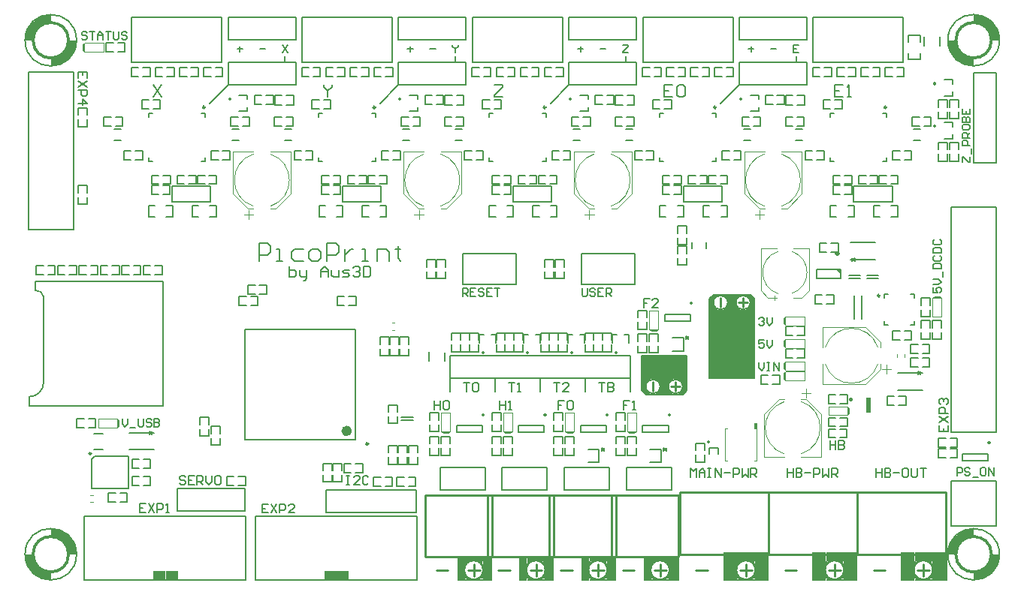
<source format=gto>
G04 Layer_Color=65535*
%FSLAX44Y44*%
%MOMM*%
G71*
G01*
G75*
%ADD57C,0.2000*%
%ADD58C,0.2500*%
%ADD59C,0.4000*%
%ADD60C,0.5000*%
%ADD61C,0.3000*%
%ADD78C,0.0762*%
%ADD79C,0.2540*%
%ADD80C,0.1270*%
%ADD81C,0.6000*%
%ADD82C,0.1500*%
%ADD83C,0.1000*%
%ADD84C,0.1016*%
%ADD85C,0.0760*%
%ADD86C,0.3500*%
%ADD87R,5.0800X7.5400*%
%ADD88R,5.0800X2.5400*%
%ADD89R,0.8110X2.6800*%
%ADD90R,1.1559X2.7003*%
%ADD91R,2.1590X0.2088*%
%ADD92R,2.1590X0.5270*%
%ADD93R,0.2540X0.3532*%
%ADD94R,0.2540X0.3810*%
%ADD95R,0.3810X0.3810*%
%ADD96R,0.5080X0.3810*%
%ADD97R,0.1270X0.3862*%
%ADD98R,0.3169X0.1119*%
%ADD99R,0.1778X0.1270*%
%ADD100R,0.2540X0.2880*%
%ADD101R,1.0570X2.7003*%
%ADD102R,2.1590X0.9970*%
%ADD103R,1.5494X3.2700*%
%ADD104R,1.5240X3.1900*%
%ADD105R,1.6781X3.2700*%
%ADD106R,0.3000X0.6000*%
%ADD107R,1.4224X0.9770*%
%ADD108R,1.4224X0.9770*%
%ADD109R,0.6000X1.7000*%
G36*
X721570Y227920D02*
X731710D01*
X726410Y222520D01*
Y216320D01*
X728910Y213820D01*
Y213220D01*
X731310Y211120D01*
X724810D01*
X724110Y210420D01*
X721380Y210720D01*
X718650Y210420D01*
X717950Y211120D01*
X711450D01*
X713850Y213220D01*
Y213820D01*
X716350Y216320D01*
Y222520D01*
X711050Y227920D01*
X721190D01*
X721380Y228110D01*
X721570Y227920D01*
D02*
G37*
G36*
X746780Y213750D02*
X743750Y210720D01*
X743350Y211120D01*
X736850D01*
X739250Y213220D01*
Y213820D01*
X741750Y216320D01*
Y222520D01*
X736450Y227920D01*
X746590D01*
X746780Y228110D01*
Y213750D01*
D02*
G37*
G36*
X696170Y227920D02*
X706310D01*
X701010Y222520D01*
Y216320D01*
X703510Y213820D01*
Y213220D01*
X705910Y211120D01*
X699410D01*
X695980Y214550D01*
Y228110D01*
X696170Y227920D01*
D02*
G37*
G36*
X33250Y58600D02*
X37800D01*
X39750Y56650D01*
X42350D01*
X44300Y54700D01*
X46250D01*
X50800Y50150D01*
Y49500D01*
X55350Y44950D01*
Y43000D01*
X57300Y41050D01*
X57950Y37150D01*
X59000Y34800D01*
Y30000D01*
X50000D01*
X49500Y30500D01*
Y37150D01*
X47550Y39100D01*
Y40400D01*
X43000Y44950D01*
X42350D01*
X38450Y48850D01*
X34550D01*
X33250Y50150D01*
X30000D01*
Y59250D01*
X32600D01*
X33250Y58600D01*
D02*
G37*
G36*
X10500Y29500D02*
Y22850D01*
X12450Y20900D01*
Y19600D01*
X17000Y15050D01*
X17650D01*
X21550Y11150D01*
X25450D01*
X26750Y9850D01*
X30000D01*
Y750D01*
X27400D01*
X26750Y1400D01*
X22200D01*
X20250Y3350D01*
X17650D01*
X15700Y5300D01*
X13750D01*
X9200Y9850D01*
Y10500D01*
X4650Y15050D01*
Y17000D01*
X2700Y18950D01*
X2050Y22850D01*
X1000Y25200D01*
Y30000D01*
X10000D01*
X10500Y29500D01*
D02*
G37*
G36*
X1099250Y27400D02*
X1098600Y26750D01*
Y22200D01*
X1096650Y20250D01*
Y17650D01*
X1094700Y15700D01*
Y13750D01*
X1090150Y9200D01*
X1089500D01*
X1084950Y4650D01*
X1083000D01*
X1081050Y2700D01*
X1077150Y2050D01*
X1074800Y1000D01*
X1070000D01*
Y10000D01*
X1070500Y10500D01*
X1077150D01*
X1079100Y12450D01*
X1080400D01*
X1084950Y17000D01*
Y17650D01*
X1088850Y21550D01*
Y25450D01*
X1090150Y26750D01*
Y30000D01*
X1099250D01*
Y27400D01*
D02*
G37*
G36*
X1070000Y50000D02*
X1069500Y49500D01*
X1062850D01*
X1060900Y47550D01*
X1059600D01*
X1055050Y43000D01*
Y42350D01*
X1051150Y38450D01*
Y34550D01*
X1049850Y33250D01*
Y30000D01*
X1040750D01*
Y32600D01*
X1041400Y33250D01*
Y37800D01*
X1043350Y39750D01*
Y42350D01*
X1045300Y44300D01*
Y46250D01*
X1049850Y50800D01*
X1050500D01*
X1055050Y55350D01*
X1057000D01*
X1058950Y57300D01*
X1062850Y57950D01*
X1065200Y59000D01*
X1070000D01*
Y50000D01*
D02*
G37*
G36*
X779710Y320180D02*
Y319580D01*
X777210Y317080D01*
Y310880D01*
X782510Y305480D01*
X772370D01*
X772180Y305290D01*
Y318850D01*
X775610Y322280D01*
X782110D01*
X779710Y320180D01*
D02*
G37*
G36*
X59250Y607400D02*
X58600Y606750D01*
Y602200D01*
X56650Y600250D01*
Y597650D01*
X54700Y595700D01*
Y593750D01*
X50150Y589200D01*
X49500D01*
X44950Y584650D01*
X43000D01*
X41050Y582700D01*
X37150Y582050D01*
X34800Y581000D01*
X30000D01*
Y590000D01*
X30500Y590500D01*
X37150D01*
X39100Y592450D01*
X40400D01*
X44950Y597000D01*
Y597650D01*
X48850Y601550D01*
Y605450D01*
X50150Y606750D01*
Y610000D01*
X59250D01*
Y607400D01*
D02*
G37*
G36*
X30000Y630000D02*
X29500Y629500D01*
X22850D01*
X20900Y627550D01*
X19600D01*
X15050Y623000D01*
Y622350D01*
X11150Y618450D01*
Y614550D01*
X9850Y613250D01*
Y610000D01*
X750D01*
Y612600D01*
X1400Y613250D01*
Y617800D01*
X3350Y619750D01*
Y622350D01*
X5300Y624300D01*
Y626250D01*
X9850Y630800D01*
X10500D01*
X15050Y635350D01*
X17000D01*
X18950Y637300D01*
X22850Y637950D01*
X25200Y639000D01*
X30000D01*
Y630000D01*
D02*
G37*
G36*
X1073250Y638600D02*
X1077800D01*
X1079750Y636650D01*
X1082350D01*
X1084300Y634700D01*
X1086250D01*
X1090800Y630150D01*
Y629500D01*
X1095350Y624950D01*
Y623000D01*
X1097300Y621050D01*
X1097950Y617150D01*
X1099000Y614800D01*
Y610000D01*
X1090000D01*
X1089500Y610500D01*
Y617150D01*
X1087550Y619100D01*
Y620400D01*
X1083000Y624950D01*
X1082350D01*
X1078450Y628850D01*
X1074550D01*
X1073250Y630150D01*
X1070000D01*
Y639250D01*
X1072600D01*
X1073250Y638600D01*
D02*
G37*
G36*
X1050500Y609500D02*
Y602850D01*
X1052450Y600900D01*
Y599600D01*
X1057000Y595050D01*
X1057650D01*
X1061550Y591150D01*
X1065450D01*
X1066750Y589850D01*
X1070000D01*
Y580750D01*
X1067400D01*
X1066750Y581400D01*
X1062200D01*
X1060250Y583350D01*
X1057650D01*
X1055700Y585300D01*
X1053750D01*
X1049200Y589850D01*
Y590500D01*
X1044650Y595050D01*
Y597000D01*
X1042700Y598950D01*
X1042050Y602850D01*
X1041000Y605200D01*
Y610000D01*
X1050000D01*
X1050500Y609500D01*
D02*
G37*
G36*
X797580Y322680D02*
X800310Y322980D01*
X801010Y322280D01*
X807510D01*
X805110Y320180D01*
Y319580D01*
X802610Y317080D01*
Y310880D01*
X807910Y305480D01*
X797770D01*
X797580Y305290D01*
X797390Y305480D01*
X787250D01*
X792550Y310880D01*
Y317080D01*
X790050Y319580D01*
Y320180D01*
X787650Y322280D01*
X794150D01*
X794850Y322980D01*
X797580Y322680D01*
D02*
G37*
G36*
X822980Y319650D02*
Y305290D01*
X822790Y305480D01*
X812650D01*
X817950Y310880D01*
Y317080D01*
X815450Y319580D01*
Y320180D01*
X813050Y322280D01*
X819550D01*
X819950Y322680D01*
X822980Y319650D01*
D02*
G37*
G36*
X920340Y345860D02*
X914730Y351470D01*
X920340D01*
Y345860D01*
D02*
G37*
D57*
X818280Y314090D02*
G03*
X818280Y314090I-8000J0D01*
G01*
X792880D02*
G03*
X792880Y314090I-8000J0D01*
G01*
X716680Y219310D02*
G03*
X716680Y219310I-8000J0D01*
G01*
X742080D02*
G03*
X742080Y219310I-8000J0D01*
G01*
X209000Y538750D02*
X229800Y559550D01*
Y559800D01*
X294000Y585200D02*
Y591750D01*
X306000Y559800D02*
Y585200D01*
X229800Y559800D02*
X306000D01*
X229800D02*
Y585200D01*
X306000D01*
X229800Y610800D02*
Y636200D01*
X306000D01*
Y610800D02*
Y636200D01*
X229800Y610800D02*
X306000D01*
X772180Y318210D02*
X776950Y322980D01*
X772180Y304800D02*
Y318210D01*
X822980Y304800D02*
Y318350D01*
X818350Y322980D02*
X822980Y318350D01*
X776950Y322980D02*
X818350D01*
X700750Y210420D02*
X742150D01*
X746780Y215050D01*
Y228600D01*
X695980Y215190D02*
Y228600D01*
Y215190D02*
X700750Y210420D01*
X89340Y141030D02*
X117840D01*
Y104280D02*
Y141030D01*
X75840Y104280D02*
Y125530D01*
Y104280D02*
X117840D01*
X75840Y125530D02*
Y137530D01*
X79340Y141030D01*
X89340D01*
X248400Y284100D02*
X373400D01*
X248400Y159100D02*
X373400D01*
X248400D02*
Y284100D01*
X373400Y159100D02*
Y284100D01*
X494510Y334290D02*
Y369290D01*
X554510Y334290D02*
Y369290D01*
X494510D02*
X554510D01*
X494510Y334290D02*
X554510D01*
X627860Y334290D02*
X687860D01*
X627860Y369290D02*
X687860D01*
Y334290D02*
Y369290D01*
X627860Y334290D02*
Y369290D01*
X695960Y228600D02*
Y254000D01*
X746760D01*
Y228600D02*
Y254000D01*
X695960Y228600D02*
X746760D01*
X340360Y77470D02*
Y102870D01*
X441960D01*
X340360Y77470D02*
X441960D01*
Y102870D01*
X248920Y78740D02*
Y104140D01*
X172720Y78740D02*
X248920D01*
X172720D02*
Y104140D01*
X248920D01*
X1095700Y62300D02*
Y113100D01*
X1044900Y62300D02*
Y113100D01*
X1095700D01*
X1044900Y62300D02*
X1095700D01*
X1072417D02*
X1095700D01*
X678631Y102870D02*
Y128270D01*
X729431D01*
Y102870D02*
Y128270D01*
X678631Y102870D02*
X729431D01*
X210200Y427496D02*
Y445496D01*
X166800D02*
X210200D01*
X166800Y427496D02*
Y445496D01*
Y427496D02*
X210200D01*
X222700Y610800D02*
Y636200D01*
X121100D02*
X222700D01*
X121100Y610800D02*
Y636200D01*
X222700Y585400D02*
Y610800D01*
X121100Y585400D02*
X222700D01*
X121100D02*
Y610800D01*
X608630Y102870D02*
Y128270D01*
X659430D01*
Y102870D02*
Y128270D01*
X608630Y102870D02*
X659430D01*
X4600Y396200D02*
Y574000D01*
X55400Y396200D02*
Y574000D01*
X4600D02*
X55400D01*
X4600Y396200D02*
X55400D01*
X538630Y102870D02*
Y128270D01*
X589430D01*
Y102870D02*
Y128270D01*
X538630Y102870D02*
X589430D01*
X480060Y228600D02*
Y254000D01*
Y228600D02*
X683260D01*
Y254000D01*
X480060D02*
X683260D01*
X1044900Y167700D02*
X1095700D01*
X1044900Y421700D02*
X1095700D01*
Y167700D02*
Y421700D01*
X1044900Y167700D02*
Y421700D01*
X468630Y102870D02*
Y128270D01*
X519430D01*
Y102870D02*
Y128270D01*
X468630Y102870D02*
X519430D01*
X260660Y1136D02*
Y73136D01*
X442660Y1136D02*
Y73136D01*
X260660D02*
X442660D01*
X260660Y1136D02*
X442660D01*
X1070300Y572900D02*
X1095700D01*
Y471300D02*
Y572900D01*
X1070300Y471300D02*
Y572900D01*
Y471300D02*
X1095700D01*
X822960Y256117D02*
Y304800D01*
Y228600D02*
Y304800D01*
X772160Y228600D02*
Y304800D01*
Y228600D02*
X822960D01*
X772160Y304800D02*
X822960D01*
X67862Y1116D02*
Y73116D01*
X249862Y1116D02*
Y73116D01*
X67862D02*
X249862D01*
X67862Y1116D02*
X249862D01*
X752610Y374960D02*
Y381960D01*
X768610Y374960D02*
Y381960D01*
X772160Y150250D02*
X782320D01*
X480060Y213360D02*
Y228600D01*
X530860Y213360D02*
Y228600D01*
X581660Y213360D02*
Y228600D01*
X632460Y213360D02*
Y228600D01*
X683260Y213360D02*
Y228600D01*
X969570Y318950D02*
Y323200D01*
X973820D01*
X999320D02*
X1003570D01*
Y318950D02*
Y323200D01*
Y289200D02*
Y293450D01*
X999320Y289200D02*
X1003570D01*
X969570D02*
Y293450D01*
Y289200D02*
X973820D01*
X199750Y527750D02*
X204000D01*
Y523500D02*
Y527750D01*
Y473750D02*
Y478000D01*
X199750Y473750D02*
X204000D01*
X140000D02*
X144250D01*
X140000D02*
Y478000D01*
Y527750D02*
X144250D01*
X140000Y523500D02*
Y527750D01*
X486000Y585200D02*
Y591750D01*
X421800Y559550D02*
Y559800D01*
X401000Y538750D02*
X421800Y559550D01*
X414700Y610800D02*
Y636200D01*
X313100D02*
X414700D01*
X313100Y610800D02*
Y636200D01*
X414700Y585400D02*
Y610800D01*
X313100Y585400D02*
X414700D01*
X313100D02*
Y610800D01*
X402200Y427496D02*
Y445496D01*
X358800D02*
X402200D01*
X358800Y427496D02*
Y445496D01*
Y427496D02*
X402200D01*
X391750Y527750D02*
X396000D01*
Y523500D02*
Y527750D01*
Y473750D02*
Y478000D01*
X391750Y473750D02*
X396000D01*
X332000D02*
X336250D01*
X332000D02*
Y478000D01*
Y527750D02*
X336250D01*
X332000Y523500D02*
Y527750D01*
X421800Y610800D02*
Y636200D01*
X498000D01*
Y610800D02*
Y636200D01*
X421800Y610800D02*
X498000D01*
Y559800D02*
Y585200D01*
X421800Y559800D02*
X498000D01*
X421800D02*
Y585200D01*
X498000D01*
X678000D02*
Y591750D01*
X613800Y559550D02*
Y559800D01*
X593000Y538750D02*
X613800Y559550D01*
X606700Y610800D02*
Y636200D01*
X505100D02*
X606700D01*
X505100Y610800D02*
Y636200D01*
X606700Y585400D02*
Y610800D01*
X505100Y585400D02*
X606700D01*
X505100D02*
Y610800D01*
X594200Y427496D02*
Y445496D01*
X550800D02*
X594200D01*
X550800Y427496D02*
Y445496D01*
Y427496D02*
X594200D01*
X583750Y527750D02*
X588000D01*
Y523500D02*
Y527750D01*
Y473750D02*
Y478000D01*
X583750Y473750D02*
X588000D01*
X524000D02*
X528250D01*
X524000D02*
Y478000D01*
Y527750D02*
X528250D01*
X524000Y523500D02*
Y527750D01*
X613800Y610800D02*
Y636200D01*
X690000D01*
Y610800D02*
Y636200D01*
X613800Y610800D02*
X690000D01*
Y559800D02*
Y585200D01*
X613800Y559800D02*
X690000D01*
X613800D02*
Y585200D01*
X690000D01*
X870000D02*
Y591750D01*
X805800Y559550D02*
Y559800D01*
X785000Y538750D02*
X805800Y559550D01*
X798700Y610800D02*
Y636200D01*
X697100D02*
X798700D01*
X697100Y610800D02*
Y636200D01*
X798700Y585400D02*
Y610800D01*
X697100Y585400D02*
X798700D01*
X697100D02*
Y610800D01*
X786200Y427496D02*
Y445496D01*
X742800D02*
X786200D01*
X742800Y427496D02*
Y445496D01*
Y427496D02*
X786200D01*
X775750Y527750D02*
X780000D01*
Y523500D02*
Y527750D01*
Y473750D02*
Y478000D01*
X775750Y473750D02*
X780000D01*
X716000D02*
X720250D01*
X716000D02*
Y478000D01*
Y527750D02*
X720250D01*
X716000Y523500D02*
Y527750D01*
X805800Y610800D02*
Y636200D01*
X882000D01*
Y610800D02*
Y636200D01*
X805800Y610800D02*
X882000D01*
Y559800D02*
Y585200D01*
X805800Y559800D02*
X882000D01*
X805800D02*
Y585200D01*
X882000D01*
X990700Y610800D02*
Y636200D01*
X889100D02*
X990700D01*
X889100Y610800D02*
Y636200D01*
X990700Y585400D02*
Y610800D01*
X889100Y585400D02*
X990700D01*
X889100D02*
Y610800D01*
X978200Y427496D02*
Y445496D01*
X934800D02*
X978200D01*
X934800Y427496D02*
Y445496D01*
Y427496D02*
X978200D01*
X967750Y527750D02*
X972000D01*
Y523500D02*
Y527750D01*
Y473750D02*
Y478000D01*
X967750Y473750D02*
X972000D01*
X908000D02*
X912250D01*
X908000D02*
Y478000D01*
Y527750D02*
X912250D01*
X908000Y523500D02*
Y527750D01*
X70997Y567085D02*
Y573750D01*
X61000D01*
Y567085D01*
X65998Y573750D02*
Y570418D01*
X70997Y563753D02*
X61000Y557089D01*
X70997D02*
X61000Y563753D01*
Y553756D02*
X70997D01*
Y548758D01*
X69331Y547092D01*
X65998D01*
X64332Y548758D01*
Y553756D01*
X61000Y538761D02*
X70997D01*
X65998Y543760D01*
Y537095D01*
X181665Y117081D02*
X179998Y118747D01*
X176666D01*
X175000Y117081D01*
Y115414D01*
X176666Y113748D01*
X179998D01*
X181665Y112082D01*
Y110416D01*
X179998Y108750D01*
X176666D01*
X175000Y110416D01*
X191661Y118747D02*
X184997D01*
Y108750D01*
X191661D01*
X184997Y113748D02*
X188329D01*
X194993Y108750D02*
Y118747D01*
X199992D01*
X201658Y117081D01*
Y113748D01*
X199992Y112082D01*
X194993D01*
X198326D02*
X201658Y108750D01*
X204990Y118747D02*
Y112082D01*
X208323Y108750D01*
X211655Y112082D01*
Y118747D01*
X219986D02*
X216653D01*
X214987Y117081D01*
Y110416D01*
X216653Y108750D01*
X219986D01*
X221652Y110416D01*
Y117081D01*
X219986Y118747D01*
X1057003Y472750D02*
Y478748D01*
X1058502D01*
X1064501Y472750D01*
X1066000D01*
Y478748D01*
X1067499Y481747D02*
Y487745D01*
X1066000Y490744D02*
X1057003D01*
Y495243D01*
X1058502Y496742D01*
X1061501D01*
X1063001Y495243D01*
Y490744D01*
X1066000Y499741D02*
X1057003D01*
Y504240D01*
X1058502Y505739D01*
X1061501D01*
X1063001Y504240D01*
Y499741D01*
Y502740D02*
X1066000Y505739D01*
X1057003Y513237D02*
Y510238D01*
X1058502Y508738D01*
X1064501D01*
X1066000Y510238D01*
Y513237D01*
X1064501Y514736D01*
X1058502D01*
X1057003Y513237D01*
Y517735D02*
X1066000D01*
Y522234D01*
X1064501Y523733D01*
X1063001D01*
X1061501Y522234D01*
Y517735D01*
Y522234D01*
X1060002Y523733D01*
X1058502D01*
X1057003Y522234D01*
Y517735D01*
Y532730D02*
Y526732D01*
X1066000D01*
Y532730D01*
X1061501Y526732D02*
Y529731D01*
X240041Y600258D02*
X246039D01*
X243040Y603258D02*
Y597259D01*
X265441Y600258D02*
X271439D01*
X290841Y604757D02*
X296839Y595760D01*
Y604757D02*
X290841Y595760D01*
X959811Y126997D02*
Y117000D01*
Y121998D01*
X966476D01*
Y126997D01*
Y117000D01*
X969808Y126997D02*
Y117000D01*
X974806D01*
X976472Y118666D01*
Y120332D01*
X974806Y121998D01*
X969808D01*
X974806D01*
X976472Y123664D01*
Y125330D01*
X974806Y126997D01*
X969808D01*
X979805Y121998D02*
X986469D01*
X994800Y126997D02*
X991468D01*
X989801Y125330D01*
Y118666D01*
X991468Y117000D01*
X994800D01*
X996466Y118666D01*
Y125330D01*
X994800Y126997D01*
X999798D02*
Y118666D01*
X1001464Y117000D01*
X1004797D01*
X1006463Y118666D01*
Y126997D01*
X1009795D02*
X1016460D01*
X1013127D01*
Y117000D01*
X859811Y126997D02*
Y117000D01*
Y121998D01*
X866476D01*
Y126997D01*
Y117000D01*
X869808Y126997D02*
Y117000D01*
X874806D01*
X876472Y118666D01*
Y120332D01*
X874806Y121998D01*
X869808D01*
X874806D01*
X876472Y123664D01*
Y125331D01*
X874806Y126997D01*
X869808D01*
X879805Y121998D02*
X886469D01*
X889802Y117000D02*
Y126997D01*
X894800D01*
X896466Y125331D01*
Y121998D01*
X894800Y120332D01*
X889802D01*
X899798Y126997D02*
Y117000D01*
X903131Y120332D01*
X906463Y117000D01*
Y126997D01*
X909795Y117000D02*
Y126997D01*
X914793D01*
X916460Y125331D01*
Y121998D01*
X914793Y120332D01*
X909795D01*
X913127D02*
X916460Y117000D01*
X750647Y117000D02*
Y126997D01*
X753980Y123664D01*
X757312Y126997D01*
Y117000D01*
X760644D02*
Y123664D01*
X763976Y126997D01*
X767309Y123664D01*
Y117000D01*
Y121998D01*
X760644D01*
X770641Y126997D02*
X773973D01*
X772307D01*
Y117000D01*
X770641D01*
X773973D01*
X778972D02*
Y126997D01*
X785636Y117000D01*
Y126997D01*
X788968Y121998D02*
X795633D01*
X798965Y117000D02*
Y126997D01*
X803963D01*
X805630Y125330D01*
Y121998D01*
X803963Y120332D01*
X798965D01*
X808962Y126997D02*
Y117000D01*
X812294Y120332D01*
X815626Y117000D01*
Y126997D01*
X818959Y117000D02*
Y126997D01*
X823957D01*
X825623Y125330D01*
Y121998D01*
X823957Y120332D01*
X818959D01*
X822291D02*
X825623Y117000D01*
X704714Y318607D02*
X698049D01*
Y313608D01*
X701382D01*
X698049D01*
Y308610D01*
X714711D02*
X708046D01*
X714711Y315275D01*
Y316941D01*
X713045Y318607D01*
X709712D01*
X708046Y316941D01*
X682305Y203037D02*
X675640D01*
Y198038D01*
X678972D01*
X675640D01*
Y193040D01*
X685637D02*
X688969D01*
X687303D01*
Y203037D01*
X685637Y201371D01*
X608644Y203037D02*
X601980D01*
Y198038D01*
X605312D01*
X601980D01*
Y193040D01*
X611977Y201371D02*
X613643Y203037D01*
X616975D01*
X618641Y201371D01*
Y194706D01*
X616975Y193040D01*
X613643D01*
X611977Y194706D01*
Y201371D01*
X462280Y203037D02*
Y193040D01*
Y198038D01*
X468945D01*
Y203037D01*
Y193040D01*
X472277Y201371D02*
X473943Y203037D01*
X477275D01*
X478941Y201371D01*
Y194706D01*
X477275Y193040D01*
X473943D01*
X472277Y194706D01*
Y201371D01*
X535940Y203037D02*
Y193040D01*
Y198038D01*
X542604D01*
Y203037D01*
Y193040D01*
X545937D02*
X549269D01*
X547603D01*
Y203037D01*
X545937Y201371D01*
X70768Y618368D02*
X69268Y619867D01*
X66269D01*
X64770Y618368D01*
Y616868D01*
X66269Y615368D01*
X69268D01*
X70768Y613869D01*
Y612369D01*
X69268Y610870D01*
X66269D01*
X64770Y612369D01*
X73767Y619867D02*
X79765D01*
X76766D01*
Y610870D01*
X82764D02*
Y616868D01*
X85763Y619867D01*
X88762Y616868D01*
Y610870D01*
Y615368D01*
X82764D01*
X91761Y619867D02*
X97759D01*
X94760D01*
Y610870D01*
X100758Y619867D02*
Y612369D01*
X102258Y610870D01*
X105257D01*
X106756Y612369D01*
Y619867D01*
X115753Y618368D02*
X114254Y619867D01*
X111255D01*
X109755Y618368D01*
Y616868D01*
X111255Y615368D01*
X114254D01*
X115753Y613869D01*
Y612369D01*
X114254Y610870D01*
X111255D01*
X109755Y612369D01*
X264460Y360880D02*
Y380874D01*
X274457D01*
X277789Y377541D01*
Y370877D01*
X274457Y367545D01*
X264460D01*
X284454Y360880D02*
X291118D01*
X287786D01*
Y374209D01*
X284454D01*
X314444D02*
X304447D01*
X301115Y370877D01*
Y364212D01*
X304447Y360880D01*
X314444D01*
X324441D02*
X331105D01*
X334437Y364212D01*
Y370877D01*
X331105Y374209D01*
X324441D01*
X321108Y370877D01*
Y364212D01*
X324441Y360880D01*
X341102D02*
Y380874D01*
X351099D01*
X354431Y377541D01*
Y370877D01*
X351099Y367545D01*
X341102D01*
X361096Y374209D02*
Y360880D01*
Y367545D01*
X364428Y370877D01*
X367760Y374209D01*
X371092D01*
X381089Y360880D02*
X387754D01*
X384421D01*
Y374209D01*
X381089D01*
X397750Y360880D02*
Y374209D01*
X407747D01*
X411079Y370877D01*
Y360880D01*
X421076Y377541D02*
Y374209D01*
X417744D01*
X424408D01*
X421076D01*
Y364212D01*
X424408Y360880D01*
X1031003Y175415D02*
Y168750D01*
X1041000D01*
Y175415D01*
X1036002Y168750D02*
Y172082D01*
X1031003Y178747D02*
X1041000Y185411D01*
X1031003D02*
X1041000Y178747D01*
Y188743D02*
X1031003D01*
Y193742D01*
X1032669Y195408D01*
X1036002D01*
X1037668Y193742D01*
Y188743D01*
X1032669Y198740D02*
X1031003Y200406D01*
Y203739D01*
X1032669Y205405D01*
X1034335D01*
X1036002Y203739D01*
Y202073D01*
Y203739D01*
X1037668Y205405D01*
X1039334D01*
X1041000Y203739D01*
Y200406D01*
X1039334Y198740D01*
X274665Y86747D02*
X268000D01*
Y76750D01*
X274665D01*
X268000Y81748D02*
X271332D01*
X277997Y86747D02*
X284661Y76750D01*
Y86747D02*
X277997Y76750D01*
X287994D02*
Y86747D01*
X292992D01*
X294658Y85081D01*
Y81748D01*
X292992Y80082D01*
X287994D01*
X304655Y76750D02*
X297990D01*
X304655Y83414D01*
Y85081D01*
X302989Y86747D01*
X299657D01*
X297990Y85081D01*
X136664Y86997D02*
X130000D01*
Y77000D01*
X136664D01*
X130000Y81998D02*
X133332D01*
X139997Y86997D02*
X146661Y77000D01*
Y86997D02*
X139997Y77000D01*
X149994D02*
Y86997D01*
X154992D01*
X156658Y85331D01*
Y81998D01*
X154992Y80332D01*
X149994D01*
X159990Y77000D02*
X163323D01*
X161656D01*
Y86997D01*
X159990Y85331D01*
X1051000Y118750D02*
Y127747D01*
X1055499D01*
X1056998Y126248D01*
Y123249D01*
X1055499Y121749D01*
X1051000D01*
X1065995Y126248D02*
X1064496Y127747D01*
X1061497D01*
X1059997Y126248D01*
Y124748D01*
X1061497Y123249D01*
X1064496D01*
X1065995Y121749D01*
Y120250D01*
X1064496Y118750D01*
X1061497D01*
X1059997Y120250D01*
X1068994Y117250D02*
X1074992D01*
X1082490Y127747D02*
X1079491D01*
X1077991Y126248D01*
Y120250D01*
X1079491Y118750D01*
X1082490D01*
X1083989Y120250D01*
Y126248D01*
X1082490Y127747D01*
X1086988Y118750D02*
Y127747D01*
X1092986Y118750D01*
Y127747D01*
X494030Y321310D02*
Y330307D01*
X498529D01*
X500028Y328808D01*
Y325808D01*
X498529Y324309D01*
X494030D01*
X497029D02*
X500028Y321310D01*
X509025Y330307D02*
X503027D01*
Y321310D01*
X509025D01*
X503027Y325808D02*
X506026D01*
X518022Y328808D02*
X516523Y330307D01*
X513524D01*
X512024Y328808D01*
Y327308D01*
X513524Y325808D01*
X516523D01*
X518022Y324309D01*
Y322809D01*
X516523Y321310D01*
X513524D01*
X512024Y322809D01*
X527019Y330307D02*
X521021D01*
Y321310D01*
X527019D01*
X521021Y325808D02*
X524020D01*
X530018Y330307D02*
X536016D01*
X533017D01*
Y321310D01*
X363000Y118747D02*
X366332D01*
X364666D01*
Y108750D01*
X363000D01*
X366332D01*
X377995D02*
X371331D01*
X377995Y115414D01*
Y117081D01*
X376329Y118747D01*
X372997D01*
X371331Y117081D01*
X387992D02*
X386326Y118747D01*
X382994D01*
X381328Y117081D01*
Y110416D01*
X382994Y108750D01*
X386326D01*
X387992Y110416D01*
X908000Y157997D02*
Y148000D01*
Y152998D01*
X914665D01*
Y157997D01*
Y148000D01*
X917997Y157997D02*
Y148000D01*
X922995D01*
X924661Y149666D01*
Y151332D01*
X922995Y152998D01*
X917997D01*
X922995D01*
X924661Y154664D01*
Y156331D01*
X922995Y157997D01*
X917997D01*
X828040Y295788D02*
X829539Y297287D01*
X832539D01*
X834038Y295788D01*
Y294288D01*
X832539Y292789D01*
X831039D01*
X832539D01*
X834038Y291289D01*
Y289790D01*
X832539Y288290D01*
X829539D01*
X828040Y289790D01*
X837037Y297287D02*
Y291289D01*
X840036Y288290D01*
X843035Y291289D01*
Y297287D01*
X495300Y223357D02*
X501964D01*
X498632D01*
Y213360D01*
X505297Y221691D02*
X506963Y223357D01*
X510295D01*
X511961Y221691D01*
Y215026D01*
X510295Y213360D01*
X506963D01*
X505297Y215026D01*
Y221691D01*
X145501Y559815D02*
X154831Y545820D01*
Y559815D02*
X145501Y545820D01*
X628650Y330307D02*
Y322809D01*
X630149Y321310D01*
X633148D01*
X634648Y322809D01*
Y330307D01*
X643645Y328808D02*
X642146Y330307D01*
X639147D01*
X637647Y328808D01*
Y327308D01*
X639147Y325808D01*
X642146D01*
X643645Y324309D01*
Y322809D01*
X642146Y321310D01*
X639147D01*
X637647Y322809D01*
X652642Y330307D02*
X646644D01*
Y321310D01*
X652642D01*
X646644Y325808D02*
X649643D01*
X655641Y321310D02*
Y330307D01*
X660140D01*
X661639Y328808D01*
Y325808D01*
X660140Y324309D01*
X655641D01*
X658640D02*
X661639Y321310D01*
X546100Y223357D02*
X552765D01*
X549432D01*
Y213360D01*
X556097D02*
X559429D01*
X557763D01*
Y223357D01*
X556097Y221691D01*
X596900Y223357D02*
X603564D01*
X600232D01*
Y213360D01*
X613561D02*
X606897D01*
X613561Y220025D01*
Y221691D01*
X611895Y223357D01*
X608563D01*
X606897Y221691D01*
X647700Y223357D02*
X654364D01*
X651032D01*
Y213360D01*
X657697Y223357D02*
Y213360D01*
X662695D01*
X664361Y215026D01*
Y216692D01*
X662695Y218358D01*
X657697D01*
X662695D01*
X664361Y220025D01*
Y221691D01*
X662695Y223357D01*
X657697D01*
X834038Y271887D02*
X828040D01*
Y267388D01*
X831039Y268888D01*
X832539D01*
X834038Y267388D01*
Y264389D01*
X832539Y262890D01*
X829539D01*
X828040Y264389D01*
X837037Y271887D02*
Y265889D01*
X840036Y262890D01*
X843035Y265889D01*
Y271887D01*
X828040Y246487D02*
Y240489D01*
X831039Y237490D01*
X834038Y240489D01*
Y246487D01*
X837037D02*
X840036D01*
X838537D01*
Y237490D01*
X837037D01*
X840036D01*
X844535D02*
Y246487D01*
X850533Y237490D01*
Y246487D01*
X110490Y182987D02*
Y176989D01*
X113489Y173990D01*
X116488Y176989D01*
Y182987D01*
X119487Y172491D02*
X125485D01*
X128484Y182987D02*
Y175490D01*
X129984Y173990D01*
X132983D01*
X134482Y175490D01*
Y182987D01*
X143479Y181488D02*
X141980Y182987D01*
X138981D01*
X137481Y181488D01*
Y179988D01*
X138981Y178489D01*
X141980D01*
X143479Y176989D01*
Y175490D01*
X141980Y173990D01*
X138981D01*
X137481Y175490D01*
X146478Y182987D02*
Y173990D01*
X150977D01*
X152476Y175490D01*
Y176989D01*
X150977Y178489D01*
X146478D01*
X150977D01*
X152476Y179988D01*
Y181488D01*
X150977Y182987D01*
X146478D01*
X1024513Y331118D02*
Y325120D01*
X1029012D01*
X1027512Y328119D01*
Y329618D01*
X1029012Y331118D01*
X1032010D01*
X1033510Y329618D01*
Y326619D01*
X1032010Y325120D01*
X1024513Y334117D02*
X1030511D01*
X1033510Y337116D01*
X1030511Y340115D01*
X1024513D01*
X1035010Y343114D02*
Y349112D01*
X1024513Y352111D02*
X1033510D01*
Y356610D01*
X1032010Y358109D01*
X1026012D01*
X1024513Y356610D01*
Y352111D01*
X1026012Y367106D02*
X1024513Y365607D01*
Y362608D01*
X1026012Y361108D01*
X1032010D01*
X1033510Y362608D01*
Y365607D01*
X1032010Y367106D01*
X1024513Y370105D02*
X1033510D01*
Y374604D01*
X1032010Y376104D01*
X1026012D01*
X1024513Y374604D01*
Y370105D01*
X1026012Y385101D02*
X1024513Y383601D01*
Y380602D01*
X1026012Y379103D01*
X1032010D01*
X1033510Y380602D01*
Y383601D01*
X1032010Y385101D01*
X337501Y559815D02*
Y557483D01*
X342166Y552818D01*
X346831Y557483D01*
Y559815D01*
X342166Y552818D02*
Y545820D01*
X482841Y604757D02*
Y603258D01*
X485840Y600258D01*
X488839Y603258D01*
Y604757D01*
X485840Y600258D02*
Y595760D01*
X457441Y600258D02*
X463439D01*
X432041D02*
X438039D01*
X435040Y603258D02*
Y597259D01*
X529501Y559815D02*
X538831D01*
Y557483D01*
X529501Y548153D01*
Y545820D01*
X538831D01*
X674841Y604757D02*
X680839D01*
Y603258D01*
X674841Y597259D01*
Y595760D01*
X680839D01*
X649441Y600258D02*
X655439D01*
X624041D02*
X630039D01*
X627040Y603258D02*
Y597259D01*
X730831Y559815D02*
X721501D01*
Y545820D01*
X730831D01*
X721501Y552818D02*
X726166D01*
X735497Y557483D02*
X737829Y559815D01*
X742494D01*
X744827Y557483D01*
Y548153D01*
X742494Y545820D01*
X737829D01*
X735497Y548153D01*
Y557483D01*
X872839Y604757D02*
X866841D01*
Y595760D01*
X872839D01*
X866841Y600258D02*
X869840D01*
X841441D02*
X847439D01*
X816041D02*
X822039D01*
X819040Y603258D02*
Y597259D01*
X922831Y559815D02*
X913501D01*
Y545820D01*
X922831D01*
X913501Y552818D02*
X918166D01*
X927496Y545820D02*
X932162D01*
X929829D01*
Y559815D01*
X927496Y557483D01*
D58*
X75590Y143780D02*
G03*
X75590Y143780I-1250J0D01*
G01*
X387650Y154600D02*
G03*
X387650Y154600I-1250J0D01*
G01*
X964320Y321700D02*
G03*
X964320Y321700I-1250J0D01*
G01*
X203750Y534250D02*
G03*
X203750Y534250I-1250J0D01*
G01*
X395750D02*
G03*
X395750Y534250I-1250J0D01*
G01*
X587750D02*
G03*
X587750Y534250I-1250J0D01*
G01*
X779750D02*
G03*
X779750Y534250I-1250J0D01*
G01*
X971750D02*
G03*
X971750Y534250I-1250J0D01*
G01*
D59*
X931298Y205095D02*
X931250Y205048D01*
X931298Y205000D01*
X931345Y205048D01*
X931298Y205095D01*
D60*
X916405Y369092D02*
X916357Y369140D01*
X916310Y369092D01*
X916357Y369045D01*
X916405Y369092D01*
D61*
X1090000Y30000D02*
G03*
X1090000Y30000I-20000J0D01*
G01*
X50000Y30000D02*
G03*
X50000Y30000I-20000J0D01*
G01*
X1090000Y610000D02*
G03*
X1090000Y610000I-20000J0D01*
G01*
X50000D02*
G03*
X50000Y610000I-20000J0D01*
G01*
X752045Y313132D02*
X751997Y313180D01*
X751950Y313132D01*
X751997Y313085D01*
X752045Y313132D01*
X1087475Y155652D02*
X1087428Y155700D01*
X1087380Y155652D01*
X1087428Y155605D01*
X1087475Y155652D01*
X727096Y187402D02*
X727048Y187450D01*
X727000Y187402D01*
X727048Y187355D01*
X727096Y187402D01*
X657095D02*
X657048Y187450D01*
X657000Y187402D01*
X657048Y187355D01*
X657095Y187402D01*
X587095Y187402D02*
X587048Y187450D01*
X587000Y187402D01*
X587048Y187355D01*
X587095Y187402D01*
X517245Y187403D02*
X517198Y187450D01*
X517150Y187403D01*
X517198Y187355D01*
X517245Y187403D01*
D78*
X258404Y481652D02*
G03*
X258404Y422660I9499J-29496D01*
G01*
X277401D02*
G03*
X277401Y481652I-9499J29496D01*
G01*
X875639Y143224D02*
G03*
X875639Y202216I-9499J29496D01*
G01*
X856641D02*
G03*
X856641Y143224I9499J-29496D01*
G01*
X902938Y244501D02*
G03*
X961930Y244501I29496J9499D01*
G01*
Y263499D02*
G03*
X902938Y263499I-29496J-9499D01*
G01*
X864913Y324184D02*
G03*
X864913Y371777I-7663J23797D01*
G01*
X849587D02*
G03*
X849587Y324184I7663J-23797D01*
G01*
X450404Y481652D02*
G03*
X450404Y422660I9499J-29496D01*
G01*
X469401D02*
G03*
X469401Y481652I-9499J29496D01*
G01*
X642404D02*
G03*
X642404Y422660I9499J-29496D01*
G01*
X661401D02*
G03*
X661401Y481652I-9499J29496D01*
G01*
X834404D02*
G03*
X834404Y422660I9499J-29496D01*
G01*
X853401D02*
G03*
X853401Y481652I-9499J29496D01*
G01*
X235644Y484668D02*
X258505D01*
X235644Y436662D02*
Y484668D01*
Y436662D02*
X252409Y419898D01*
X258505D01*
X277554D02*
X283650D01*
X300415Y436662D01*
Y484668D01*
X277554D02*
X300415D01*
X235644Y436662D02*
Y484668D01*
Y436662D02*
X252409Y419898D01*
X283650D02*
X300415Y436662D01*
Y484668D01*
X875538Y140208D02*
X898398D01*
Y188214D01*
X881634Y204978D02*
X898398Y188214D01*
X875538Y204978D02*
X881634D01*
X850392D02*
X856488D01*
X833628Y188214D02*
X850392Y204978D01*
X833628Y140208D02*
Y188214D01*
Y140208D02*
X856488D01*
X898398D02*
Y188214D01*
X881634Y204978D02*
X898398Y188214D01*
X833628D02*
X850392Y204978D01*
X833628Y140208D02*
Y188214D01*
X899922Y221742D02*
Y244602D01*
Y221742D02*
X947928D01*
X964692Y238506D01*
Y244602D01*
Y263652D02*
Y269748D01*
X947928Y286512D02*
X964692Y269748D01*
X899922Y286512D02*
X947928D01*
X899922Y263652D02*
Y286512D01*
Y221742D02*
X947928D01*
X964692Y238506D01*
X947928Y286512D02*
X964692Y269748D01*
X899922Y286512D02*
X947928D01*
X866648Y375150D02*
X884428D01*
Y332486D02*
Y375150D01*
X866648Y319270D02*
X876292D01*
X838208D02*
X841250D01*
X830072Y332486D02*
Y375150D01*
X847852D01*
X427645Y484668D02*
X450504D01*
X427645Y436662D02*
Y484668D01*
Y436662D02*
X444408Y419898D01*
X450504D01*
X469554D02*
X475650D01*
X492415Y436662D01*
Y484668D01*
X469554D02*
X492415D01*
X427645Y436662D02*
Y484668D01*
Y436662D02*
X444408Y419898D01*
X475650D02*
X492415Y436662D01*
Y484668D01*
X619645D02*
X642505D01*
X619645Y436662D02*
Y484668D01*
Y436662D02*
X636409Y419898D01*
X642505D01*
X661554D02*
X667651D01*
X684415Y436662D01*
Y484668D01*
X661554D02*
X684415D01*
X619645Y436662D02*
Y484668D01*
Y436662D02*
X636409Y419898D01*
X667651D02*
X684415Y436662D01*
Y484668D01*
X811645D02*
X834504D01*
X811645Y436662D02*
Y484668D01*
Y436662D02*
X828409Y419898D01*
X834504D01*
X853555D02*
X859650D01*
X876414Y436662D01*
Y484668D01*
X853555D02*
X876414D01*
X811645Y436662D02*
Y484668D01*
Y436662D02*
X828409Y419898D01*
X859650D02*
X876414Y436662D01*
Y484668D01*
D79*
X727505Y12248D02*
G03*
X727505Y12248I-10925J0D01*
G01*
X657505D02*
G03*
X657505Y12248I-10925J0D01*
G01*
X587505D02*
G03*
X587505Y12248I-10925J0D01*
G01*
X824184D02*
G03*
X824184Y12248I-10925J0D01*
G01*
X1024184D02*
G03*
X1024184Y12248I-10925J0D01*
G01*
X924185D02*
G03*
X924185Y12248I-10925J0D01*
G01*
X517505D02*
G03*
X517505Y12248I-10925J0D01*
G01*
X737009Y27003D02*
Y97004D01*
X662009Y27003D02*
X737009D01*
X662009D02*
Y97004D01*
X737009D01*
X667009Y27003D02*
Y97004D01*
X592009Y27003D02*
X667009D01*
X592009D02*
Y97004D01*
X667009D01*
X597009Y27003D02*
Y97004D01*
X522009Y27003D02*
X597009D01*
X522009D02*
Y97004D01*
X597009D01*
X527009Y27003D02*
Y97004D01*
X452009Y27003D02*
X527009D01*
X452009D02*
Y97004D01*
X527009D01*
X939000Y30000D02*
X1039000D01*
Y100000D01*
X939000D02*
X1039000D01*
X939000Y30000D02*
Y100000D01*
X839000Y30000D02*
X939000D01*
Y100000D01*
X839000D02*
X939000D01*
X839000Y30000D02*
Y100000D01*
X739000Y30000D02*
X839000D01*
Y100000D01*
X739000D02*
X839000D01*
X739000Y30000D02*
Y100000D01*
X710230Y12084D02*
X723559D01*
X716895Y18749D02*
Y5420D01*
X674430Y12084D02*
X687759D01*
X640230D02*
X653559D01*
X646895Y18749D02*
Y5420D01*
X604430Y12084D02*
X617759D01*
X570230D02*
X583559D01*
X576894Y18749D02*
Y5420D01*
X534430Y12084D02*
X547759D01*
X757109D02*
X770438D01*
X806909D02*
X820238D01*
X813574Y18749D02*
Y5420D01*
X957110Y12084D02*
X970439D01*
X1006909D02*
X1020238D01*
X1013574Y18749D02*
Y5420D01*
X805300Y314296D02*
X815297D01*
X810298Y319294D02*
Y309297D01*
X784852Y309280D02*
Y319277D01*
X708652Y224120D02*
Y214123D01*
X729100Y219104D02*
X739097D01*
X734098Y214106D02*
Y224103D01*
X906910Y12084D02*
X920239D01*
X913574Y18749D02*
Y5420D01*
X857110Y12084D02*
X870439D01*
X464429D02*
X477758D01*
X500230D02*
X513559D01*
X506894Y18749D02*
Y5420D01*
D80*
X21800Y320802D02*
G03*
X12800Y327660I-7929J-1071D01*
G01*
X5800Y207772D02*
G03*
X21800Y223774I-1J16001D01*
G01*
X272600Y547600D02*
X280600D01*
X259600D02*
X267600D01*
X259600Y537600D02*
Y547600D01*
Y537600D02*
X267600D01*
X272600D02*
X280600D01*
Y547600D01*
X242250Y548250D02*
X251500D01*
X242250Y529750D02*
X251500D01*
Y543250D02*
Y548250D01*
Y529750D02*
Y534750D01*
X282380Y537100D02*
X290380D01*
X295380D02*
X303380D01*
Y548100D01*
X295380D02*
X303380D01*
X282380D02*
X290380D01*
X282380Y537100D02*
Y548100D01*
X112250Y485250D02*
X120250D01*
X125250D02*
X133250D01*
Y475250D02*
Y485250D01*
X125250Y475250D02*
X133250D01*
X112250D02*
X120250D01*
X112250D02*
Y485250D01*
X90000Y523250D02*
X98000D01*
X103000D02*
X111000D01*
Y513250D02*
Y523250D01*
X103000Y513250D02*
X111000D01*
X90000D02*
X98000D01*
X90000D02*
Y523250D01*
X101690Y509600D02*
X109310D01*
X101690Y496900D02*
X109310D01*
X234690Y509600D02*
X242310D01*
X234690Y496900D02*
X242310D01*
X750950Y293370D02*
Y300990D01*
X721950Y293370D02*
X750950D01*
X721950D02*
Y300990D01*
X750950D01*
X1086380Y135890D02*
Y143510D01*
X1057380Y135890D02*
X1086380D01*
X1057380D02*
Y143510D01*
X1086380D01*
X726000Y167640D02*
Y175260D01*
X697000Y167640D02*
X726000D01*
X697000D02*
Y175260D01*
X726000D01*
X656000Y167640D02*
Y175260D01*
X627000Y167640D02*
X656000D01*
X627000D02*
Y175260D01*
X656000D01*
X893340Y351470D02*
X920340D01*
X893340Y341310D02*
Y351470D01*
Y341310D02*
X920340D01*
Y351470D01*
X5800Y197612D02*
Y207772D01*
Y197612D02*
X156800D01*
Y337820D01*
X12800D02*
X156800D01*
X12800Y327660D02*
Y337820D01*
X21800Y223774D02*
Y320802D01*
X86020Y345520D02*
X94020D01*
X99020D02*
X107020D01*
Y355520D01*
X99020D02*
X107020D01*
X86020D02*
X94020D01*
X86020Y345520D02*
Y355520D01*
X991830Y281860D02*
X999830D01*
X978830D02*
X986830D01*
X978830Y271860D02*
Y281860D01*
Y271860D02*
X986830D01*
X991830D02*
X999830D01*
Y281860D01*
X421720Y144740D02*
Y152740D01*
Y131740D02*
Y139740D01*
Y131740D02*
X431720D01*
Y139740D01*
Y144740D02*
Y152740D01*
X421720D02*
X431720D01*
X757000Y147280D02*
Y155280D01*
Y134280D02*
Y142280D01*
Y134280D02*
X767000D01*
Y142280D01*
Y147280D02*
Y155280D01*
X757000D02*
X767000D01*
X1011000Y285710D02*
Y293710D01*
Y272710D02*
Y280710D01*
Y272710D02*
X1021000D01*
Y280710D01*
Y285710D02*
Y293710D01*
X1011000D02*
X1021000D01*
X443150Y131740D02*
Y139740D01*
Y144740D02*
Y152740D01*
X433150D02*
X443150D01*
X433150Y144740D02*
Y152740D01*
Y131740D02*
Y139740D01*
Y131740D02*
X443150D01*
X1030500Y139000D02*
X1038500D01*
X1043500D02*
X1051500D01*
Y149000D01*
X1043500D02*
X1051500D01*
X1030500D02*
X1038500D01*
X1030500Y139000D02*
Y149000D01*
Y151000D02*
X1038500D01*
X1043500D02*
X1051500D01*
Y161000D01*
X1043500D02*
X1051500D01*
X1030500D02*
X1038500D01*
X1030500Y151000D02*
Y161000D01*
X906360Y161530D02*
X914360D01*
X919360D02*
X927360D01*
Y171530D01*
X919360D02*
X927360D01*
X906360D02*
X914360D01*
X906360Y161530D02*
Y171530D01*
X906440Y174230D02*
X914440D01*
X919440D02*
X927440D01*
Y184230D01*
X919440D02*
X927440D01*
X906440D02*
X914440D01*
X906440Y174230D02*
Y184230D01*
X985500Y208000D02*
X993500D01*
X972500D02*
X980500D01*
X972500Y198000D02*
Y208000D01*
Y198000D02*
X980500D01*
X985500D02*
X993500D01*
Y208000D01*
X701779Y257470D02*
Y265470D01*
Y270470D02*
Y278470D01*
X691779D02*
X701779D01*
X691779Y270470D02*
Y278470D01*
Y257470D02*
Y265470D01*
Y257470D02*
X701779D01*
X701779Y284140D02*
Y292140D01*
Y297140D02*
Y305140D01*
X691779D02*
X701779D01*
X691779Y297140D02*
Y305140D01*
Y284140D02*
Y292140D01*
Y284140D02*
X701779D01*
X704479Y270470D02*
Y278470D01*
Y257470D02*
Y265470D01*
Y257470D02*
X714479D01*
Y265470D01*
Y270470D02*
Y278470D01*
X704479D02*
X714479D01*
X666830Y154900D02*
Y162900D01*
Y141900D02*
Y149900D01*
Y141900D02*
X676830D01*
Y149900D01*
Y154900D02*
Y162900D01*
X666830D02*
X676830D01*
X527130Y154900D02*
Y162900D01*
Y141900D02*
Y149900D01*
Y141900D02*
X537130D01*
Y149900D01*
Y154900D02*
Y162900D01*
X527130D02*
X537130D01*
X676830Y168570D02*
Y176570D01*
Y181570D02*
Y189570D01*
X666830D02*
X676830D01*
X666830Y181570D02*
Y189570D01*
Y168570D02*
Y176570D01*
Y168570D02*
X676830D01*
X537130Y168570D02*
Y176570D01*
Y181570D02*
Y189570D01*
X527130D02*
X537130D01*
X527130Y181570D02*
Y189570D01*
Y168570D02*
Y176570D01*
Y168570D02*
X537130D01*
X679530Y154900D02*
Y162900D01*
Y141900D02*
Y149900D01*
Y141900D02*
X689530D01*
Y149900D01*
Y154900D02*
Y162900D01*
X679530D02*
X689530D01*
X539830Y154900D02*
Y162900D01*
Y141900D02*
Y149900D01*
Y141900D02*
X549830D01*
Y149900D01*
Y154900D02*
Y162900D01*
X539830D02*
X549830D01*
X457280Y154900D02*
Y162900D01*
Y141900D02*
Y149900D01*
Y141900D02*
X467280D01*
Y149900D01*
Y154900D02*
Y162900D01*
X457280D02*
X467280D01*
X596980Y154900D02*
Y162900D01*
Y141900D02*
Y149900D01*
Y141900D02*
X606980D01*
Y149900D01*
Y154900D02*
Y162900D01*
X596980D02*
X606980D01*
X467280Y168570D02*
Y176570D01*
Y181570D02*
Y189570D01*
X457280D02*
X467280D01*
X457280Y181570D02*
Y189570D01*
Y168570D02*
Y176570D01*
Y168570D02*
X467280D01*
X606980D02*
Y176570D01*
Y181570D02*
Y189570D01*
X596980D02*
X606980D01*
X596980Y181570D02*
Y189570D01*
Y168570D02*
Y176570D01*
Y168570D02*
X606980D01*
X469980Y154900D02*
Y162900D01*
Y141900D02*
Y149900D01*
Y141900D02*
X479980D01*
Y149900D01*
Y154900D02*
Y162900D01*
X469980D02*
X479980D01*
X609680Y154900D02*
Y162900D01*
Y141900D02*
Y149900D01*
Y141900D02*
X619680D01*
Y149900D01*
Y154900D02*
Y162900D01*
X609680D02*
X619680D01*
X642000Y271500D02*
Y279500D01*
Y258500D02*
Y266500D01*
Y258500D02*
X652000D01*
Y266500D01*
Y271500D02*
Y279500D01*
X642000D02*
X652000D01*
X632000Y271500D02*
Y279500D01*
Y258500D02*
Y266500D01*
Y258500D02*
X642000D01*
Y266500D01*
Y271500D02*
Y279500D01*
X632000D02*
X642000D01*
X592000Y271500D02*
Y279500D01*
Y258500D02*
Y266500D01*
Y258500D02*
X602000D01*
Y266500D01*
Y271500D02*
Y279500D01*
X592000D02*
X602000D01*
X582000Y271500D02*
Y279500D01*
Y258500D02*
Y266500D01*
Y258500D02*
X592000D01*
Y266500D01*
Y271500D02*
Y279500D01*
X582000D02*
X592000D01*
X134500Y118030D02*
X142500D01*
X121500D02*
X129500D01*
X121500Y108030D02*
Y118030D01*
Y108030D02*
X129500D01*
X134500D02*
X142500D01*
Y118030D01*
X134500Y137080D02*
X142500D01*
X121500D02*
X129500D01*
X121500Y127080D02*
Y137080D01*
Y127080D02*
X129500D01*
X134500D02*
X142500D01*
Y137080D01*
X542000Y271500D02*
Y279500D01*
Y258500D02*
Y266500D01*
Y258500D02*
X552000D01*
Y266500D01*
Y271500D02*
Y279500D01*
X542000D02*
X552000D01*
X532000Y271500D02*
Y279500D01*
Y258500D02*
Y266500D01*
Y258500D02*
X542000D01*
Y266500D01*
Y271500D02*
Y279500D01*
X532000D02*
X542000D01*
X474900Y341290D02*
Y349290D01*
Y354290D02*
Y362290D01*
X464900D02*
X474900D01*
X464900Y354290D02*
Y362290D01*
Y341290D02*
Y349290D01*
Y341290D02*
X474900D01*
X492000Y271500D02*
Y279500D01*
Y258500D02*
Y266500D01*
Y258500D02*
X502000D01*
Y266500D01*
Y271500D02*
Y279500D01*
X492000D02*
X502000D01*
X482000Y271500D02*
Y279500D01*
Y258500D02*
Y266500D01*
Y258500D02*
X492000D01*
Y266500D01*
Y271500D02*
Y279500D01*
X482000D02*
X492000D01*
X61040Y438110D02*
Y446110D01*
Y425110D02*
Y433110D01*
Y425110D02*
X71040D01*
Y433110D01*
Y438110D02*
Y446110D01*
X61040D02*
X71040D01*
X1043000Y486500D02*
Y494500D01*
Y473500D02*
Y481500D01*
Y473500D02*
X1053000D01*
Y481500D01*
Y486500D02*
Y494500D01*
X1043000D02*
X1053000D01*
X608250Y341210D02*
Y349210D01*
Y354210D02*
Y362210D01*
X598250D02*
X608250D01*
X598250Y354210D02*
Y362210D01*
Y341210D02*
Y349210D01*
Y341210D02*
X608250D01*
X1043000Y534500D02*
Y542500D01*
Y521500D02*
Y529500D01*
Y521500D02*
X1053000D01*
Y529500D01*
Y534500D02*
Y542500D01*
X1043000D02*
X1053000D01*
X134280Y345520D02*
X142280D01*
X147280D02*
X155280D01*
Y355520D01*
X147280D02*
X155280D01*
X134280D02*
X142280D01*
X134280Y345520D02*
Y355520D01*
X110150Y345520D02*
X118150D01*
X123150D02*
X131150D01*
Y355520D01*
X123150D02*
X131150D01*
X110150D02*
X118150D01*
X110150Y345520D02*
Y355520D01*
X37760Y345520D02*
X45760D01*
X50760D02*
X58760D01*
Y355520D01*
X50760D02*
X58760D01*
X37760D02*
X45760D01*
X37760Y345520D02*
Y355520D01*
X61890Y345520D02*
X69890D01*
X74890D02*
X82890D01*
Y355520D01*
X74890D02*
X82890D01*
X61890D02*
X69890D01*
X61890Y345520D02*
Y355520D01*
X228260Y108030D02*
X236260D01*
X241260D02*
X249260D01*
Y118030D01*
X241260D02*
X249260D01*
X228260D02*
X236260D01*
X228260Y108030D02*
Y118030D01*
X358060Y111500D02*
Y119500D01*
Y124500D02*
Y132500D01*
X348060D02*
X358060D01*
X348060Y124500D02*
Y132500D01*
Y111500D02*
Y119500D01*
Y111500D02*
X358060D01*
X346630Y111500D02*
Y119500D01*
Y124500D02*
Y132500D01*
X336630D02*
X346630D01*
X336630Y124500D02*
Y132500D01*
Y111500D02*
Y119500D01*
Y111500D02*
X346630D01*
X406783Y116760D02*
X414783D01*
X393783D02*
X401783D01*
X393783Y106760D02*
Y116760D01*
Y106760D02*
X401783D01*
X406783D02*
X414783D01*
Y116760D01*
X420030Y106760D02*
X428030D01*
X433030D02*
X441030D01*
Y116760D01*
X433030D02*
X441030D01*
X420030D02*
X428030D01*
X420030Y106760D02*
Y116760D01*
X105370Y606980D02*
X113370D01*
X92370D02*
X100370D01*
X92370Y596980D02*
Y606980D01*
Y596980D02*
X100370D01*
X105370D02*
X113370D01*
Y606980D01*
X858180Y276940D02*
X866180D01*
X871180D02*
X879180D01*
Y286940D01*
X871180D02*
X879180D01*
X858180D02*
X866180D01*
X858180Y276940D02*
Y286940D01*
X858180Y251540D02*
X866180D01*
X871180D02*
X879180D01*
Y261540D01*
X871180D02*
X879180D01*
X858180D02*
X866180D01*
X858180Y251540D02*
Y261540D01*
X1033700Y272710D02*
Y280710D01*
Y285710D02*
Y293710D01*
X1023700D02*
X1033700D01*
X1023700Y285710D02*
Y293710D01*
Y272710D02*
Y280710D01*
Y272710D02*
X1033700D01*
X59350Y172800D02*
X67350D01*
X72350D02*
X80350D01*
Y182800D01*
X72350D02*
X80350D01*
X59350D02*
X67350D01*
X59350Y172800D02*
Y182800D01*
X830240Y222330D02*
X838240D01*
X843240D02*
X851240D01*
Y232330D01*
X843240D02*
X851240D01*
X830240D02*
X838240D01*
X830240Y222330D02*
Y232330D01*
X586000Y167640D02*
Y175260D01*
X557000Y167640D02*
X586000D01*
X557000D02*
Y175260D01*
X586000D01*
X516150Y167640D02*
Y175260D01*
X487150Y167640D02*
X516150D01*
X487150D02*
Y175260D01*
X516150D01*
X78740Y148590D02*
X88900D01*
X78994Y166370D02*
X88646D01*
X1014110Y603920D02*
Y614080D01*
X1031890Y604174D02*
Y613826D01*
X456110Y247920D02*
Y258080D01*
X473890Y248174D02*
Y257826D01*
X782320Y143210D02*
Y150250D01*
X772160Y143210D02*
Y150250D01*
X930880Y381610D02*
X958880D01*
X930880Y362610D02*
X958880D01*
X932990Y360990D02*
Y363990D01*
X935990Y360990D02*
Y363990D01*
X932990Y362490D02*
X935990Y360990D01*
X932990Y362490D02*
X935990Y363990D01*
X932990Y362490D02*
X935990D01*
X984220Y215290D02*
X1012220D01*
X984220Y234290D02*
X1012220D01*
X1010110Y232910D02*
Y235910D01*
X1007110Y232910D02*
Y235910D01*
X1010110Y234410D01*
X1007110Y232910D02*
X1010110Y234410D01*
X1007110D02*
X1010110D01*
X118080Y147980D02*
X146080D01*
X118080Y166980D02*
X146080D01*
X143970Y165600D02*
Y168600D01*
X140970Y165600D02*
Y168600D01*
X143970Y167100D01*
X140970Y165600D02*
X143970Y167100D01*
X140970D02*
X143970D01*
X745600Y274200D02*
X748600D01*
X745600Y272700D02*
X748600Y274200D01*
X745600Y275700D02*
X748600Y274200D01*
X745600Y272700D02*
Y275700D01*
X748600Y272700D02*
Y275700D01*
X730250Y274200D02*
X742850D01*
X730250Y259200D02*
X742850D01*
Y274200D01*
X720651Y148470D02*
X723651D01*
X720651Y146970D02*
X723651Y148470D01*
X720651Y149970D02*
X723651Y148470D01*
X720651Y146970D02*
Y149970D01*
X723651Y146970D02*
Y149970D01*
X705301Y148470D02*
X717901D01*
X705301Y133470D02*
X717901D01*
Y148470D01*
X650651D02*
X653650D01*
X650651Y146970D02*
X653650Y148470D01*
X650651Y149970D02*
X653650Y148470D01*
X650651Y146970D02*
Y149970D01*
X653650Y146970D02*
Y149970D01*
X635300Y148470D02*
X647900D01*
X635300Y133470D02*
X647900D01*
Y148470D01*
X676250Y277500D02*
X681250D01*
X662750D02*
X667750D01*
X681250Y268250D02*
Y277500D01*
X662750Y268250D02*
Y277500D01*
X612750Y268250D02*
Y277500D01*
X631250Y268250D02*
Y277500D01*
X612750D02*
X617750D01*
X626250D02*
X631250D01*
X576250D02*
X581250D01*
X562750D02*
X567750D01*
X581250Y268250D02*
Y277500D01*
X562750Y268250D02*
Y277500D01*
X512750Y268250D02*
Y277500D01*
X531250Y268250D02*
Y277500D01*
X512750D02*
X517750D01*
X526250D02*
X531250D01*
X1046250Y498750D02*
Y503750D01*
Y512250D02*
Y517250D01*
X1037000Y498750D02*
X1046250D01*
X1037000Y517250D02*
X1046250D01*
X1037000Y565250D02*
X1046250D01*
X1037000Y546750D02*
X1046250D01*
Y560250D02*
Y565250D01*
Y546750D02*
Y551750D01*
X410290Y144740D02*
Y152740D01*
Y131740D02*
Y139740D01*
Y131740D02*
X420290D01*
Y139740D01*
Y144740D02*
Y152740D01*
X410290D02*
X420290D01*
X904200Y322500D02*
X912200D01*
X891200D02*
X899200D01*
X891200Y312500D02*
Y322500D01*
Y312500D02*
X899200D01*
X904200D02*
X912200D01*
Y322500D01*
X909280Y380920D02*
X917280D01*
X896280D02*
X904280D01*
X896280Y370920D02*
Y380920D01*
Y370920D02*
X904280D01*
X909280D02*
X917280D01*
Y380920D01*
X949798Y341404D02*
X962822D01*
X949798Y344396D02*
X962822D01*
X929478Y341404D02*
X942502D01*
X929478Y344396D02*
X942502D01*
X943800Y295610D02*
Y321610D01*
X935800Y295610D02*
Y321610D01*
X999150Y241380D02*
X1007150D01*
X1012150D02*
X1020150D01*
Y251380D01*
X1012150D02*
X1020150D01*
X999150D02*
X1007150D01*
X999150Y241380D02*
Y251380D01*
X1011000Y311110D02*
Y319110D01*
Y298110D02*
Y306110D01*
Y298110D02*
X1021000D01*
Y306110D01*
Y311110D02*
Y319110D01*
X1011000D02*
X1021000D01*
X999150Y256620D02*
X1007150D01*
X1012150D02*
X1020150D01*
Y266620D01*
X1012150D02*
X1020150D01*
X999150D02*
X1007150D01*
X999150Y256620D02*
Y266620D01*
X736560Y392390D02*
Y400390D01*
Y379390D02*
Y387390D01*
Y379390D02*
X746560D01*
Y387390D01*
Y392390D02*
Y400390D01*
X736560D02*
X746560D01*
Y356530D02*
Y364530D01*
Y369530D02*
Y377530D01*
X736560D02*
X746560D01*
X736560Y369530D02*
Y377530D01*
Y356530D02*
Y364530D01*
Y356530D02*
X746560D01*
X996500Y588250D02*
Y595250D01*
Y608250D02*
Y615250D01*
X1009500Y588250D02*
Y595250D01*
Y608250D02*
Y615250D01*
X996500D02*
X1009500D01*
X996500Y588250D02*
X1009500D01*
X161007Y579140D02*
X169007D01*
X148007D02*
X156007D01*
X148007Y569140D02*
Y579140D01*
Y569140D02*
X156007D01*
X161007D02*
X169007D01*
Y579140D01*
X120840Y569140D02*
X128840D01*
X133840D02*
X141840D01*
Y579140D01*
X133840D02*
X141840D01*
X120840D02*
X128840D01*
X120840Y569140D02*
Y579140D01*
X246000Y523250D02*
X254000D01*
X233000D02*
X241000D01*
X233000Y513250D02*
Y523250D01*
Y513250D02*
X241000D01*
X246000D02*
X254000D01*
Y523250D01*
X188173Y579140D02*
X196174D01*
X175173D02*
X183173D01*
X175173Y569140D02*
Y579140D01*
Y569140D02*
X183173D01*
X188173D02*
X196174D01*
Y579140D01*
X202340Y569140D02*
X210340D01*
X215340D02*
X223340D01*
Y579140D01*
X215340D02*
X223340D01*
X202340D02*
X210340D01*
X202340Y569140D02*
Y579140D01*
X164540Y447640D02*
Y457640D01*
X156540Y447640D02*
X164540D01*
X143540D02*
X151540D01*
X143540D02*
Y457640D01*
X151540D01*
X156540D02*
X164540D01*
X156500Y445997D02*
X164500D01*
X143500D02*
X151500D01*
X143500Y435997D02*
Y445997D01*
Y435997D02*
X151500D01*
X156500D02*
X164500D01*
Y445997D01*
X145500Y542750D02*
X153500D01*
X132500D02*
X140500D01*
X132500Y532750D02*
Y542750D01*
Y532750D02*
X140500D01*
X145500D02*
X153500D01*
Y542750D01*
X209250Y410750D02*
X216250D01*
X189250D02*
X196250D01*
X209250Y423750D02*
X216250D01*
X189250D02*
X196250D01*
X189250Y410750D02*
Y423750D01*
X216250Y410750D02*
Y423750D01*
X223750Y485250D02*
X231750D01*
X210750D02*
X218750D01*
X210750Y475250D02*
Y485250D01*
Y475250D02*
X218750D01*
X223750D02*
X231750D01*
Y485250D01*
X195540Y447637D02*
Y457637D01*
X203540D01*
X208540D02*
X216540D01*
Y447637D02*
Y457637D01*
X208540Y447637D02*
X216540D01*
X195540D02*
X203540D01*
X185540Y457637D02*
X193540D01*
X172540D02*
X180540D01*
X172540Y447637D02*
Y457637D01*
Y447637D02*
X180540D01*
X185540D02*
X193540D01*
Y457637D01*
X906440Y200231D02*
X914440D01*
X919440D02*
X927440D01*
Y210231D01*
X919440D02*
X927440D01*
X906440D02*
X914440D01*
X906440Y200231D02*
Y210231D01*
X652000Y271500D02*
Y279500D01*
Y258500D02*
Y266500D01*
Y258500D02*
X662000D01*
Y266500D01*
Y271500D02*
Y279500D01*
X652000D02*
X662000D01*
X412225Y267120D02*
Y275120D01*
Y254120D02*
Y262120D01*
Y254120D02*
X422225D01*
Y262120D01*
Y267120D02*
Y275120D01*
X412225D02*
X422225D01*
X401400Y267120D02*
Y275120D01*
Y254120D02*
Y262120D01*
Y254120D02*
X411400D01*
Y262120D01*
Y267120D02*
Y275120D01*
X401400D02*
X411400D01*
X410290Y190540D02*
Y198540D01*
Y177540D02*
Y185540D01*
Y177540D02*
X420290D01*
Y185540D01*
Y190540D02*
Y198540D01*
X410290D02*
X420290D01*
X433205Y254100D02*
Y262100D01*
Y267100D02*
Y275100D01*
X423205D02*
X433205D01*
X423205Y267100D02*
Y275100D01*
Y254100D02*
Y262100D01*
Y254100D02*
X433205D01*
X352720Y311230D02*
X360720D01*
X365720D02*
X373720D01*
Y321230D01*
X365720D02*
X373720D01*
X352720D02*
X360720D01*
X352720Y311230D02*
Y321230D01*
X242230Y311230D02*
X250230D01*
X255230D02*
X263230D01*
Y321230D01*
X255230D02*
X263230D01*
X242230D02*
X250230D01*
X242230Y311230D02*
Y321230D01*
X220900Y153330D02*
Y161330D01*
Y166330D02*
Y174330D01*
X210900D02*
X220900D01*
X210900Y166330D02*
Y174330D01*
Y153330D02*
Y161330D01*
Y153330D02*
X220900D01*
X425288Y181384D02*
X438312D01*
X425288Y184376D02*
X438312D01*
X602000Y271500D02*
Y279500D01*
Y258500D02*
Y266500D01*
Y258500D02*
X612000D01*
Y266500D01*
Y271500D02*
Y279500D01*
X602000D02*
X612000D01*
X552000Y271500D02*
Y279500D01*
Y258500D02*
Y266500D01*
Y258500D02*
X562000D01*
Y266500D01*
Y271500D02*
Y279500D01*
X552000D02*
X562000D01*
X265229Y333930D02*
X273229D01*
X252230D02*
X260230D01*
X252230Y323930D02*
Y333930D01*
Y323930D02*
X260230D01*
X265229D02*
X273229D01*
Y333930D01*
X198200Y176329D02*
Y184329D01*
Y163330D02*
Y171330D01*
Y163330D02*
X208200D01*
Y171330D01*
Y176329D02*
Y184329D01*
X198200D02*
X208200D01*
X107910Y98980D02*
X115910D01*
X94910D02*
X102910D01*
X94910Y88980D02*
Y98980D01*
Y88980D02*
X102910D01*
X107910D02*
X115910D01*
Y98980D01*
X463470Y341290D02*
Y349290D01*
Y354290D02*
Y362290D01*
X453470D02*
X463470D01*
X453470Y354290D02*
Y362290D01*
Y341290D02*
Y349290D01*
Y341290D02*
X463470D01*
X502000Y271500D02*
Y279500D01*
Y258500D02*
Y266500D01*
Y258500D02*
X512000D01*
Y266500D01*
Y271500D02*
Y279500D01*
X502000D02*
X512000D01*
X1030000Y486500D02*
Y494500D01*
Y473500D02*
Y481500D01*
Y473500D02*
X1040000D01*
Y481500D01*
Y486500D02*
Y494500D01*
X1030000D02*
X1040000D01*
X26630Y355520D02*
X34630D01*
X13630D02*
X21630D01*
X13630Y345520D02*
Y355520D01*
Y345520D02*
X21630D01*
X26630D02*
X34630D01*
Y355520D01*
X596820Y341290D02*
Y349290D01*
Y354290D02*
Y362290D01*
X586820D02*
X596820D01*
X586820Y354290D02*
Y362290D01*
Y341290D02*
Y349290D01*
Y341290D02*
X596820D01*
X1030000Y534500D02*
Y542500D01*
Y521500D02*
Y529500D01*
Y521500D02*
X1040000D01*
Y529500D01*
Y534500D02*
Y542500D01*
X1030000D02*
X1040000D01*
X61040Y525740D02*
Y533740D01*
Y512740D02*
Y520740D01*
Y512740D02*
X71040D01*
Y520740D01*
Y525740D02*
Y533740D01*
X61040D02*
X71040D01*
X373400Y132050D02*
X381400D01*
X360400D02*
X368400D01*
X360400Y122050D02*
Y132050D01*
Y122050D02*
X368400D01*
X373400D02*
X381400D01*
Y132050D01*
X140250Y410750D02*
Y423750D01*
X167250Y410750D02*
Y423750D01*
X160250Y410750D02*
X167250D01*
X140250D02*
X147250D01*
X160250Y423750D02*
X167250D01*
X140250D02*
X147250D01*
X332250Y410750D02*
Y423750D01*
X359250Y410750D02*
Y423750D01*
X352250Y410750D02*
X359250D01*
X332250D02*
X339250D01*
X352250Y423750D02*
X359250D01*
X332250D02*
X339250D01*
X377540Y457637D02*
X385540D01*
X364540D02*
X372540D01*
X364540Y447637D02*
Y457637D01*
Y447637D02*
X372540D01*
X377540D02*
X385540D01*
Y457637D01*
X387540Y447637D02*
Y457637D01*
X395540D01*
X400540D02*
X408540D01*
Y447637D02*
Y457637D01*
X400540Y447637D02*
X408540D01*
X387540D02*
X395540D01*
X415750Y485250D02*
X423750D01*
X402750D02*
X410750D01*
X402750Y475250D02*
Y485250D01*
Y475250D02*
X410750D01*
X415750D02*
X423750D01*
Y485250D01*
X401250Y410750D02*
X408250D01*
X381250D02*
X388250D01*
X401250Y423750D02*
X408250D01*
X381250D02*
X388250D01*
X381250Y410750D02*
Y423750D01*
X408250Y410750D02*
Y423750D01*
X337500Y542750D02*
X345500D01*
X324500D02*
X332500D01*
X324500Y532750D02*
Y542750D01*
Y532750D02*
X332500D01*
X337500D02*
X345500D01*
Y542750D01*
X348500Y445997D02*
X356500D01*
X335500D02*
X343500D01*
X335500Y435997D02*
Y445997D01*
Y435997D02*
X343500D01*
X348500D02*
X356500D01*
Y445997D01*
X356540Y447640D02*
Y457640D01*
X348540Y447640D02*
X356540D01*
X335540D02*
X343540D01*
X335540D02*
Y457640D01*
X343540D01*
X348540D02*
X356540D01*
X394340Y569140D02*
X402340D01*
X407340D02*
X415340D01*
Y579140D01*
X407340D02*
X415340D01*
X394340D02*
X402340D01*
X394340Y569140D02*
Y579140D01*
X380173Y579140D02*
X388174D01*
X367173D02*
X375173D01*
X367173Y569140D02*
Y579140D01*
Y569140D02*
X375173D01*
X380173D02*
X388174D01*
Y579140D01*
X438000Y523250D02*
X446000D01*
X425000D02*
X433000D01*
X425000Y513250D02*
Y523250D01*
Y513250D02*
X433000D01*
X438000D02*
X446000D01*
Y523250D01*
X312840Y569140D02*
X320840D01*
X325840D02*
X333840D01*
Y579140D01*
X325840D02*
X333840D01*
X312840D02*
X320840D01*
X312840Y569140D02*
Y579140D01*
X353007D02*
X361007D01*
X340007D02*
X348007D01*
X340007Y569140D02*
Y579140D01*
Y569140D02*
X348007D01*
X353007D02*
X361007D01*
Y579140D01*
X426690Y509600D02*
X434310D01*
X426690Y496900D02*
X434310D01*
X293690Y509600D02*
X301310D01*
X293690Y496900D02*
X301310D01*
X282000Y523250D02*
X290000D01*
X295000D02*
X303000D01*
Y513250D02*
Y523250D01*
X295000Y513250D02*
X303000D01*
X282000D02*
X290000D01*
X282000D02*
Y523250D01*
X304250Y485250D02*
X312250D01*
X317250D02*
X325250D01*
Y475250D02*
Y485250D01*
X317250Y475250D02*
X325250D01*
X304250D02*
X312250D01*
X304250D02*
Y485250D01*
X474380Y537100D02*
X482380D01*
X487380D02*
X495380D01*
Y548100D01*
X487380D02*
X495380D01*
X474380D02*
X482380D01*
X474380Y537100D02*
Y548100D01*
X434250Y548250D02*
X443500D01*
X434250Y529750D02*
X443500D01*
Y543250D02*
Y548250D01*
Y529750D02*
Y534750D01*
X464600Y547600D02*
X472600D01*
X451600D02*
X459600D01*
X451600Y537600D02*
Y547600D01*
Y537600D02*
X459600D01*
X464600D02*
X472600D01*
Y547600D01*
X524250Y410750D02*
Y423750D01*
X551250Y410750D02*
Y423750D01*
X544250Y410750D02*
X551250D01*
X524250D02*
X531250D01*
X544250Y423750D02*
X551250D01*
X524250D02*
X531250D01*
X569540Y457637D02*
X577540D01*
X556540D02*
X564540D01*
X556540Y447637D02*
Y457637D01*
Y447637D02*
X564540D01*
X569540D02*
X577540D01*
Y457637D01*
X579540Y447637D02*
Y457637D01*
X587540D01*
X592540D02*
X600540D01*
Y447637D02*
Y457637D01*
X592540Y447637D02*
X600540D01*
X579540D02*
X587540D01*
X607750Y485250D02*
X615750D01*
X594750D02*
X602750D01*
X594750Y475250D02*
Y485250D01*
Y475250D02*
X602750D01*
X607750D02*
X615750D01*
Y485250D01*
X593250Y410750D02*
X600250D01*
X573250D02*
X580250D01*
X593250Y423750D02*
X600250D01*
X573250D02*
X580250D01*
X573250Y410750D02*
Y423750D01*
X600250Y410750D02*
Y423750D01*
X529500Y542750D02*
X537500D01*
X516500D02*
X524500D01*
X516500Y532750D02*
Y542750D01*
Y532750D02*
X524500D01*
X529500D02*
X537500D01*
Y542750D01*
X540500Y445997D02*
X548500D01*
X527500D02*
X535500D01*
X527500Y435997D02*
Y445997D01*
Y435997D02*
X535500D01*
X540500D02*
X548500D01*
Y445997D01*
X548540Y447640D02*
Y457640D01*
X540540Y447640D02*
X548540D01*
X527540D02*
X535540D01*
X527540D02*
Y457640D01*
X535540D01*
X540540D02*
X548540D01*
X586340Y569140D02*
X594340D01*
X599340D02*
X607340D01*
Y579140D01*
X599340D02*
X607340D01*
X586340D02*
X594340D01*
X586340Y569140D02*
Y579140D01*
X572173Y579140D02*
X580174D01*
X559173D02*
X567173D01*
X559173Y569140D02*
Y579140D01*
Y569140D02*
X567173D01*
X572173D02*
X580174D01*
Y579140D01*
X630000Y523250D02*
X638000D01*
X617000D02*
X625000D01*
X617000Y513250D02*
Y523250D01*
Y513250D02*
X625000D01*
X630000D02*
X638000D01*
Y523250D01*
X504840Y569140D02*
X512840D01*
X517840D02*
X525840D01*
Y579140D01*
X517840D02*
X525840D01*
X504840D02*
X512840D01*
X504840Y569140D02*
Y579140D01*
X545007D02*
X553007D01*
X532007D02*
X540007D01*
X532007Y569140D02*
Y579140D01*
Y569140D02*
X540007D01*
X545007D02*
X553007D01*
Y579140D01*
X618690Y509600D02*
X626310D01*
X618690Y496900D02*
X626310D01*
X485690Y509600D02*
X493310D01*
X485690Y496900D02*
X493310D01*
X474000Y523250D02*
X482000D01*
X487000D02*
X495000D01*
Y513250D02*
Y523250D01*
X487000Y513250D02*
X495000D01*
X474000D02*
X482000D01*
X474000D02*
Y523250D01*
X496250Y485250D02*
X504250D01*
X509250D02*
X517250D01*
Y475250D02*
Y485250D01*
X509250Y475250D02*
X517250D01*
X496250D02*
X504250D01*
X496250D02*
Y485250D01*
X666380Y537100D02*
X674380D01*
X679380D02*
X687380D01*
Y548100D01*
X679380D02*
X687380D01*
X666380D02*
X674380D01*
X666380Y537100D02*
Y548100D01*
X626250Y548250D02*
X635500D01*
X626250Y529750D02*
X635500D01*
Y543250D02*
Y548250D01*
Y529750D02*
Y534750D01*
X656600Y547600D02*
X664600D01*
X643600D02*
X651600D01*
X643600Y537600D02*
Y547600D01*
Y537600D02*
X651600D01*
X656600D02*
X664600D01*
Y547600D01*
X716250Y410750D02*
Y423750D01*
X743250Y410750D02*
Y423750D01*
X736250Y410750D02*
X743250D01*
X716250D02*
X723250D01*
X736250Y423750D02*
X743250D01*
X716250D02*
X723250D01*
X761540Y457637D02*
X769540D01*
X748540D02*
X756540D01*
X748540Y447637D02*
Y457637D01*
Y447637D02*
X756540D01*
X761540D02*
X769540D01*
Y457637D01*
X771540Y447637D02*
Y457637D01*
X779540D01*
X784540D02*
X792540D01*
Y447637D02*
Y457637D01*
X784540Y447637D02*
X792540D01*
X771540D02*
X779540D01*
X799750Y485250D02*
X807750D01*
X786750D02*
X794750D01*
X786750Y475250D02*
Y485250D01*
Y475250D02*
X794750D01*
X799750D02*
X807750D01*
Y485250D01*
X785250Y410750D02*
X792250D01*
X765250D02*
X772250D01*
X785250Y423750D02*
X792250D01*
X765250D02*
X772250D01*
X765250Y410750D02*
Y423750D01*
X792250Y410750D02*
Y423750D01*
X721500Y542750D02*
X729500D01*
X708500D02*
X716500D01*
X708500Y532750D02*
Y542750D01*
Y532750D02*
X716500D01*
X721500D02*
X729500D01*
Y542750D01*
X732500Y445997D02*
X740500D01*
X719500D02*
X727500D01*
X719500Y435997D02*
Y445997D01*
Y435997D02*
X727500D01*
X732500D02*
X740500D01*
Y445997D01*
X740540Y447640D02*
Y457640D01*
X732540Y447640D02*
X740540D01*
X719540D02*
X727540D01*
X719540D02*
Y457640D01*
X727540D01*
X732540D02*
X740540D01*
X778340Y569140D02*
X786340D01*
X791340D02*
X799340D01*
Y579140D01*
X791340D02*
X799340D01*
X778340D02*
X786340D01*
X778340Y569140D02*
Y579140D01*
X764173Y579140D02*
X772174D01*
X751173D02*
X759173D01*
X751173Y569140D02*
Y579140D01*
Y569140D02*
X759173D01*
X764173D02*
X772174D01*
Y579140D01*
X822000Y523250D02*
X830000D01*
X809000D02*
X817000D01*
X809000Y513250D02*
Y523250D01*
Y513250D02*
X817000D01*
X822000D02*
X830000D01*
Y523250D01*
X696840Y569140D02*
X704840D01*
X709840D02*
X717840D01*
Y579140D01*
X709840D02*
X717840D01*
X696840D02*
X704840D01*
X696840Y569140D02*
Y579140D01*
X737007D02*
X745007D01*
X724007D02*
X732007D01*
X724007Y569140D02*
Y579140D01*
Y569140D02*
X732007D01*
X737007D02*
X745007D01*
Y579140D01*
X810690Y509600D02*
X818310D01*
X810690Y496900D02*
X818310D01*
X677690Y509600D02*
X685310D01*
X677690Y496900D02*
X685310D01*
X666000Y523250D02*
X674000D01*
X679000D02*
X687000D01*
Y513250D02*
Y523250D01*
X679000Y513250D02*
X687000D01*
X666000D02*
X674000D01*
X666000D02*
Y523250D01*
X688250Y485250D02*
X696250D01*
X701250D02*
X709250D01*
Y475250D02*
Y485250D01*
X701250Y475250D02*
X709250D01*
X688250D02*
X696250D01*
X688250D02*
Y485250D01*
X858380Y537100D02*
X866380D01*
X871380D02*
X879380D01*
Y548100D01*
X871380D02*
X879380D01*
X858380D02*
X866380D01*
X858380Y537100D02*
Y548100D01*
X818250Y548250D02*
X827500D01*
X818250Y529750D02*
X827500D01*
Y543250D02*
Y548250D01*
Y529750D02*
Y534750D01*
X848600Y547600D02*
X856600D01*
X835600D02*
X843600D01*
X835600Y537600D02*
Y547600D01*
Y537600D02*
X843600D01*
X848600D02*
X856600D01*
Y547600D01*
X908250Y410750D02*
Y423750D01*
X935250Y410750D02*
Y423750D01*
X928250Y410750D02*
X935250D01*
X908250D02*
X915250D01*
X928250Y423750D02*
X935250D01*
X908250D02*
X915250D01*
X953540Y457637D02*
X961540D01*
X940540D02*
X948540D01*
X940540Y447637D02*
Y457637D01*
Y447637D02*
X948540D01*
X953540D02*
X961540D01*
Y457637D01*
X963540Y447637D02*
Y457637D01*
X971540D01*
X976540D02*
X984540D01*
Y447637D02*
Y457637D01*
X976540Y447637D02*
X984540D01*
X963540D02*
X971540D01*
X991750Y485250D02*
X999750D01*
X978750D02*
X986750D01*
X978750Y475250D02*
Y485250D01*
Y475250D02*
X986750D01*
X991750D02*
X999750D01*
Y485250D01*
X977250Y410750D02*
X984250D01*
X957250D02*
X964250D01*
X977250Y423750D02*
X984250D01*
X957250D02*
X964250D01*
X957250Y410750D02*
Y423750D01*
X984250Y410750D02*
Y423750D01*
X913500Y542750D02*
X921500D01*
X900500D02*
X908500D01*
X900500Y532750D02*
Y542750D01*
Y532750D02*
X908500D01*
X913500D02*
X921500D01*
Y542750D01*
X924500Y445997D02*
X932500D01*
X911500D02*
X919500D01*
X911500Y435997D02*
Y445997D01*
Y435997D02*
X919500D01*
X924500D02*
X932500D01*
Y445997D01*
X932540Y447640D02*
Y457640D01*
X924540Y447640D02*
X932540D01*
X911540D02*
X919540D01*
X911540D02*
Y457640D01*
X919540D01*
X924540D02*
X932540D01*
X970340Y569140D02*
X978340D01*
X983340D02*
X991340D01*
Y579140D01*
X983340D02*
X991340D01*
X970340D02*
X978340D01*
X970340Y569140D02*
Y579140D01*
X956173Y579140D02*
X964174D01*
X943173D02*
X951173D01*
X943173Y569140D02*
Y579140D01*
Y569140D02*
X951173D01*
X956173D02*
X964174D01*
Y579140D01*
X1014000Y523250D02*
X1022000D01*
X1001000D02*
X1009000D01*
X1001000Y513250D02*
Y523250D01*
Y513250D02*
X1009000D01*
X1014000D02*
X1022000D01*
Y523250D01*
X888840Y569140D02*
X896840D01*
X901840D02*
X909840D01*
Y579140D01*
X901840D02*
X909840D01*
X888840D02*
X896840D01*
X888840Y569140D02*
Y579140D01*
X929007D02*
X937007D01*
X916007D02*
X924007D01*
X916007Y569140D02*
Y579140D01*
Y569140D02*
X924007D01*
X929007D02*
X937007D01*
Y579140D01*
X1002690Y509600D02*
X1010310D01*
X1002690Y496900D02*
X1010310D01*
X869690Y509600D02*
X877310D01*
X869690Y496900D02*
X877310D01*
X858000Y523250D02*
X866000D01*
X871000D02*
X879000D01*
Y513250D02*
Y523250D01*
X871000Y513250D02*
X879000D01*
X858000D02*
X866000D01*
X858000D02*
Y523250D01*
X880250Y485250D02*
X888250D01*
X893250D02*
X901250D01*
Y475250D02*
Y485250D01*
X893250Y475250D02*
X901250D01*
X880250D02*
X888250D01*
X880250D02*
Y485250D01*
D81*
X366400Y169100D02*
G03*
X366400Y169100I-3000J0D01*
G01*
D82*
X1099000Y30000D02*
G03*
X1099000Y30000I-29000J0D01*
G01*
X59000Y30000D02*
G03*
X59000Y30000I-29000J0D01*
G01*
X1099000Y610000D02*
G03*
X1099000Y610000I-29000J0D01*
G01*
X59000D02*
G03*
X59000Y610000I-29000J0D01*
G01*
X298449Y354896D02*
Y342900D01*
X304447D01*
X306447Y344899D01*
Y346899D01*
Y348898D01*
X304447Y350897D01*
X298449D01*
X310445D02*
Y344899D01*
X312445Y342900D01*
X318443D01*
Y340901D01*
X316443Y338901D01*
X314444D01*
X318443Y342900D02*
Y350897D01*
X334437Y342900D02*
Y350897D01*
X338436Y354896D01*
X342435Y350897D01*
Y342900D01*
Y348898D01*
X334437D01*
X346434Y350897D02*
Y344899D01*
X348433Y342900D01*
X354431D01*
Y350897D01*
X358430Y342900D02*
X364428D01*
X366427Y344899D01*
X364428Y346899D01*
X360429D01*
X358430Y348898D01*
X360429Y350897D01*
X366427D01*
X370426Y352897D02*
X372425Y354896D01*
X376424D01*
X378423Y352897D01*
Y350897D01*
X376424Y348898D01*
X374425D01*
X376424D01*
X378423Y346899D01*
Y344899D01*
X376424Y342900D01*
X372425D01*
X370426Y344899D01*
X382422Y354896D02*
Y342900D01*
X388420D01*
X390419Y344899D01*
Y352897D01*
X388420Y354896D01*
X382422D01*
D83*
X252903Y408036D02*
Y418036D01*
X247653Y413036D02*
X258153D01*
X927750Y187190D02*
Y196670D01*
X929440Y189480D02*
Y194380D01*
X928540Y188330D02*
Y195880D01*
X927490Y196930D02*
X929490Y194930D01*
X906440Y196930D02*
X927490D01*
X927750Y196670D02*
X928540Y195880D01*
X929440Y194980D01*
X906440Y186930D02*
X927490D01*
X906440D02*
Y196930D01*
X927490Y186930D02*
X929440Y188880D01*
Y194380D02*
Y194980D01*
Y188880D02*
Y190630D01*
X704739Y283830D02*
X714219D01*
X707029Y282140D02*
X711929D01*
X705879Y283040D02*
X713429D01*
X712479Y282090D02*
X714479Y284090D01*
Y305140D01*
X713429Y283040D02*
X714219Y283830D01*
X712529Y282140D02*
X713429Y283040D01*
X704479Y284090D02*
Y305140D01*
X714479D01*
X704479Y284090D02*
X706429Y282140D01*
X711929D02*
X712529D01*
X706429D02*
X708179D01*
X679790Y168260D02*
X689270D01*
X682080Y166570D02*
X686980D01*
X680930Y167470D02*
X688480D01*
X687530Y166520D02*
X689530Y168520D01*
Y189570D01*
X688480Y167470D02*
X689270Y168260D01*
X687580Y166570D02*
X688480Y167470D01*
X679530Y168520D02*
Y189570D01*
X689530D01*
X679530Y168520D02*
X681480Y166570D01*
X686980D02*
X687580D01*
X681480D02*
X683230D01*
X540090Y168260D02*
X549570D01*
X542380Y166570D02*
X547280D01*
X541230Y167470D02*
X548780D01*
X547830Y166520D02*
X549830Y168520D01*
Y189570D01*
X548780Y167470D02*
X549570Y168260D01*
X547880Y166570D02*
X548780Y167470D01*
X539830Y168520D02*
Y189570D01*
X549830D01*
X539830Y168520D02*
X541780Y166570D01*
X547280D02*
X547880D01*
X541780D02*
X543530D01*
X470240Y168260D02*
X479720D01*
X472530Y166570D02*
X477430D01*
X471380Y167470D02*
X478930D01*
X477980Y166520D02*
X479980Y168520D01*
Y189570D01*
X478930Y167470D02*
X479720Y168260D01*
X478030Y166570D02*
X478930Y167470D01*
X469980Y168520D02*
Y189570D01*
X479980D01*
X469980Y168520D02*
X471930Y166570D01*
X477430D02*
X478030D01*
X471930D02*
X473680D01*
X609940Y168260D02*
X619420D01*
X612230Y166570D02*
X617130D01*
X611080Y167470D02*
X618630D01*
X617680Y166520D02*
X619680Y168520D01*
Y189570D01*
X618630Y167470D02*
X619420Y168260D01*
X617730Y166570D02*
X618630Y167470D01*
X609680Y168520D02*
Y189570D01*
X619680D01*
X609680Y168520D02*
X611630Y166570D01*
X617130D02*
X617730D01*
X611630D02*
X613380D01*
X881140Y206840D02*
Y216840D01*
X875890Y211840D02*
X886390D01*
X822720Y171670D02*
Y177670D01*
X825720D01*
Y171670D02*
Y177670D01*
X789720Y135670D02*
Y171670D01*
X825720Y135670D02*
Y171670D01*
X789720D02*
X792720D01*
X822720D02*
X825720D01*
X789720Y135670D02*
X792720D01*
X822720D02*
X825720D01*
X966554Y239000D02*
X976554D01*
X971554Y233750D02*
Y244251D01*
X842625Y318980D02*
X847875D01*
X845250Y316355D02*
Y321605D01*
X856180Y232440D02*
Y234190D01*
Y228090D02*
Y228690D01*
Y234190D02*
X858130Y236140D01*
X879180Y226140D02*
Y236140D01*
X858130D02*
X879180D01*
X856180Y228090D02*
X857080Y227190D01*
X857870Y226400D01*
X858130Y226140D02*
X879180D01*
X856130Y228140D02*
X858130Y226140D01*
X857080Y227190D02*
Y234740D01*
X856180Y228690D02*
Y233590D01*
X857870Y226400D02*
Y235880D01*
X856180Y243870D02*
Y245620D01*
Y239520D02*
Y240120D01*
Y245620D02*
X858130Y247570D01*
X879180Y237570D02*
Y247570D01*
X858130D02*
X879180D01*
X856180Y239520D02*
X857080Y238620D01*
X857870Y237830D01*
X858130Y237570D02*
X879180D01*
X856130Y239570D02*
X858130Y237570D01*
X857080Y238620D02*
Y246170D01*
X856180Y240120D02*
Y245020D01*
X857870Y237830D02*
Y247310D01*
X106480Y174750D02*
Y176500D01*
Y180250D02*
Y180850D01*
X104530Y172800D02*
X106480Y174750D01*
X83480Y172800D02*
Y182800D01*
Y172800D02*
X104530D01*
X105580Y181750D02*
X106480Y180850D01*
X104790Y182540D02*
X105580Y181750D01*
X83480Y182800D02*
X104530D01*
X106530Y180800D01*
X105580Y174200D02*
Y181750D01*
X106480Y175350D02*
Y180250D01*
X104790Y173060D02*
Y182540D01*
X1030000Y321110D02*
X1031750D01*
X1025650D02*
X1026250D01*
X1031750D02*
X1033700Y319160D01*
X1023700Y298110D02*
X1033700D01*
Y319160D01*
X1024750Y320210D02*
X1025650Y321110D01*
X1023960Y319420D02*
X1024750Y320210D01*
X1023700Y298110D02*
Y319160D01*
X1025700Y321160D01*
X1024750Y320210D02*
X1032300D01*
X1026250Y321110D02*
X1031150D01*
X1023960Y319420D02*
X1033440D01*
X856180Y269270D02*
Y271020D01*
Y264920D02*
Y265520D01*
Y271020D02*
X858130Y272970D01*
X879180Y262970D02*
Y272970D01*
X858130D02*
X879180D01*
X856180Y264920D02*
X857080Y264020D01*
X857870Y263230D01*
X858130Y262970D02*
X879180D01*
X856130Y264970D02*
X858130Y262970D01*
X857080Y264020D02*
Y271570D01*
X856180Y265520D02*
Y270420D01*
X857870Y263230D02*
Y272710D01*
X856180Y294670D02*
Y296420D01*
Y290320D02*
Y290920D01*
Y296420D02*
X858130Y298370D01*
X879180Y288370D02*
Y298370D01*
X858130D02*
X879180D01*
X856180Y290320D02*
X857080Y289420D01*
X857870Y288630D01*
X858130Y288370D02*
X879180D01*
X856130Y290370D02*
X858130Y288370D01*
X857080Y289420D02*
Y296970D01*
X856180Y290920D02*
Y295820D01*
X857870Y288630D02*
Y298110D01*
X66240Y603280D02*
Y605030D01*
Y598930D02*
Y599530D01*
Y605030D02*
X68190Y606980D01*
X89240Y596980D02*
Y606980D01*
X68190D02*
X89240D01*
X66240Y598930D02*
X67140Y598030D01*
X67930Y597240D01*
X68190Y596980D02*
X89240D01*
X66190Y598980D02*
X68190Y596980D01*
X67140Y598030D02*
Y605580D01*
X66240Y599530D02*
Y604430D01*
X67930Y597240D02*
Y606720D01*
X444903Y408036D02*
Y418036D01*
X439653Y413036D02*
X450153D01*
X636903Y408036D02*
Y418036D01*
X631653Y413036D02*
X642153D01*
X828903Y408036D02*
Y418036D01*
X823653Y413036D02*
X834153D01*
D84*
X992124Y252476D02*
Y255524D01*
X983996Y252476D02*
Y255524D01*
X414476Y282936D02*
X417524D01*
X414476Y291064D02*
X417524D01*
X74676Y96774D02*
X77724D01*
X74676Y88646D02*
X77724D01*
D85*
X876292Y319270D02*
X884428Y327406D01*
Y332486D01*
X830072Y327406D02*
Y332486D01*
Y327406D02*
X838208Y319270D01*
D86*
X231474Y544048D02*
X231450Y544024D01*
X231474Y544000D01*
X231498Y544024D01*
X231474Y544048D01*
X771038Y156686D02*
X771014Y156710D01*
X770990Y156686D01*
X771014Y156662D01*
X771038Y156686D01*
X666952Y257474D02*
X666976Y257450D01*
X667000Y257474D01*
X666976Y257498D01*
X666952Y257474D01*
X616952D02*
X616976Y257450D01*
X617000Y257474D01*
X616976Y257498D01*
X616952Y257474D01*
X566952D02*
X566976Y257450D01*
X567000Y257474D01*
X566976Y257498D01*
X566952Y257474D01*
X516952D02*
X516976Y257450D01*
X517000Y257474D01*
X516976Y257498D01*
X516952Y257474D01*
X1026224Y513048D02*
X1026200Y513024D01*
X1026224Y513000D01*
X1026248Y513024D01*
X1026224Y513048D01*
Y561048D02*
X1026200Y561024D01*
X1026224Y561000D01*
X1026248Y561024D01*
X1026224Y561048D01*
X423474Y544048D02*
X423450Y544024D01*
X423474Y544000D01*
X423498Y544024D01*
X423474Y544048D01*
X615474D02*
X615450Y544024D01*
X615474Y544000D01*
X615498Y544024D01*
X615474Y544048D01*
X807474D02*
X807450Y544024D01*
X807474Y544000D01*
X807498Y544024D01*
X807474Y544048D01*
D87*
X797560Y267100D02*
D03*
D88*
X721360Y241300D02*
D03*
D89*
X702366Y13400D02*
D03*
X632365D02*
D03*
X562365D02*
D03*
X492365D02*
D03*
D90*
X732520Y13502D02*
D03*
D91*
X717216Y1044D02*
D03*
X647216D02*
D03*
X577215D02*
D03*
X813895D02*
D03*
X1013895D02*
D03*
X913895D02*
D03*
X507215D02*
D03*
D92*
X717216Y24765D02*
D03*
X647216D02*
D03*
X577215D02*
D03*
X507215D02*
D03*
D93*
X707691Y20364D02*
D03*
X637691D02*
D03*
X567690D02*
D03*
X804369D02*
D03*
X1004369D02*
D03*
X904370D02*
D03*
X497690D02*
D03*
D94*
X725471Y20503D02*
D03*
X655471D02*
D03*
X585470D02*
D03*
X822149D02*
D03*
X1022149D02*
D03*
X922150D02*
D03*
X515470D02*
D03*
D95*
X726106Y3993D02*
D03*
X656106D02*
D03*
X586105D02*
D03*
X822785D02*
D03*
X1022785D02*
D03*
X922785D02*
D03*
X516105D02*
D03*
D96*
X706421D02*
D03*
X636421D02*
D03*
X566420D02*
D03*
X803100D02*
D03*
X1003100D02*
D03*
X903100D02*
D03*
X496420D02*
D03*
D97*
X709596Y23069D02*
D03*
X639596D02*
D03*
X569595D02*
D03*
X806274D02*
D03*
X1006274D02*
D03*
X906274D02*
D03*
X499595D02*
D03*
D98*
X724515Y21849D02*
D03*
X654515D02*
D03*
X584515D02*
D03*
X821194D02*
D03*
X1021194D02*
D03*
X921194D02*
D03*
X514515D02*
D03*
D99*
X723312Y2723D02*
D03*
X653312D02*
D03*
X583311D02*
D03*
X819991D02*
D03*
X1019991D02*
D03*
X919991D02*
D03*
X513311D02*
D03*
D100*
X708961Y1440D02*
D03*
X638961D02*
D03*
X568960D02*
D03*
X805640D02*
D03*
X1005640D02*
D03*
X498960D02*
D03*
X905640D02*
D03*
D101*
X662026Y13502D02*
D03*
X592025D02*
D03*
X522025D02*
D03*
D102*
X813894Y27115D02*
D03*
X1013894D02*
D03*
X913895D02*
D03*
D103*
X831166Y16350D02*
D03*
X931167D02*
D03*
D104*
X795479Y15950D02*
D03*
X995479D02*
D03*
X895480D02*
D03*
D105*
X1031810Y16350D02*
D03*
D106*
X824220Y174670D02*
D03*
D107*
X359094Y6021D02*
D03*
X344870D02*
D03*
D108*
X166296Y6001D02*
D03*
X152072D02*
D03*
D109*
X951500Y198500D02*
D03*
M02*

</source>
